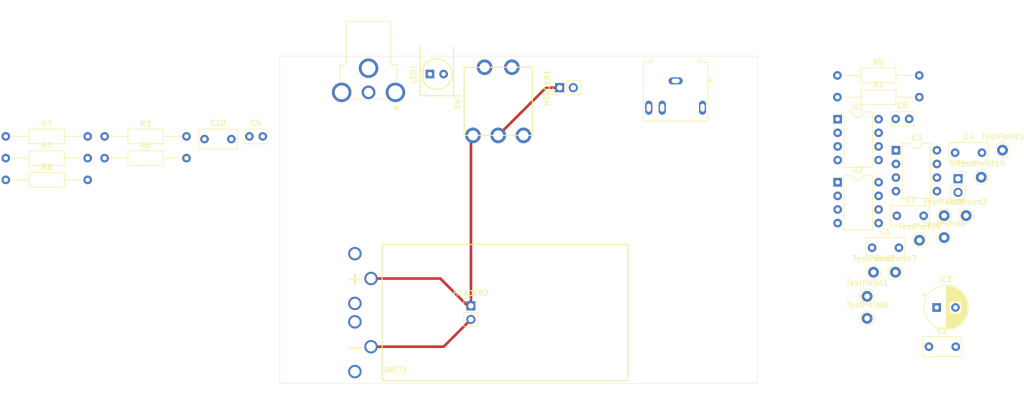
<source format=kicad_pcb>
(kicad_pcb (version 20171130) (host pcbnew "(5.1.6)-1")

  (general
    (thickness 1.6)
    (drawings 4)
    (tracks 9)
    (zones 0)
    (modules 40)
    (nets 25)
  )

  (page A4)
  (layers
    (0 F.Cu signal)
    (31 B.Cu signal)
    (32 B.Adhes user)
    (33 F.Adhes user)
    (34 B.Paste user)
    (35 F.Paste user)
    (36 B.SilkS user)
    (37 F.SilkS user)
    (38 B.Mask user)
    (39 F.Mask user)
    (40 Dwgs.User user)
    (41 Cmts.User user)
    (42 Eco1.User user)
    (43 Eco2.User user)
    (44 Edge.Cuts user)
    (45 Margin user)
    (46 B.CrtYd user)
    (47 F.CrtYd user)
    (48 B.Fab user)
    (49 F.Fab user)
  )

  (setup
    (last_trace_width 0.5)
    (user_trace_width 0.25)
    (user_trace_width 0.5)
    (trace_clearance 0.2)
    (zone_clearance 0.508)
    (zone_45_only no)
    (trace_min 0.2)
    (via_size 0.8)
    (via_drill 0.4)
    (via_min_size 0.4)
    (via_min_drill 0.3)
    (uvia_size 0.3)
    (uvia_drill 0.1)
    (uvias_allowed no)
    (uvia_min_size 0.2)
    (uvia_min_drill 0.1)
    (edge_width 0.05)
    (segment_width 0.2)
    (pcb_text_width 0.3)
    (pcb_text_size 1.5 1.5)
    (mod_edge_width 0.12)
    (mod_text_size 1 1)
    (mod_text_width 0.15)
    (pad_size 3.7 3.7)
    (pad_drill 3.7)
    (pad_to_mask_clearance 0.05)
    (aux_axis_origin 0 0)
    (visible_elements FFFFFF7F)
    (pcbplotparams
      (layerselection 0x010fc_ffffffff)
      (usegerberextensions false)
      (usegerberattributes true)
      (usegerberadvancedattributes true)
      (creategerberjobfile true)
      (excludeedgelayer true)
      (linewidth 0.100000)
      (plotframeref false)
      (viasonmask false)
      (mode 1)
      (useauxorigin false)
      (hpglpennumber 1)
      (hpglpenspeed 20)
      (hpglpendiameter 15.000000)
      (psnegative false)
      (psa4output false)
      (plotreference true)
      (plotvalue true)
      (plotinvisibletext false)
      (padsonsilk false)
      (subtractmaskfromsilk false)
      (outputformat 1)
      (mirror false)
      (drillshape 1)
      (scaleselection 1)
      (outputdirectory ""))
  )

  (net 0 "")
  (net 1 "Net-(BATT1-Pad2)")
  (net 2 "Net-(BATT1-Pad1)")
  (net 3 HT)
  (net 4 VCC)
  (net 5 "Net-(C3-Pad1)")
  (net 6 "Net-(C3-Pad2)")
  (net 7 "Net-(C4-Pad1)")
  (net 8 GND)
  (net 9 "Net-(C5-Pad1)")
  (net 10 "Net-(C7-Pad1)")
  (net 11 "Net-(C7-Pad2)")
  (net 12 "Net-(C10-Pad2)")
  (net 13 "Net-(C10-Pad1)")
  (net 14 "Net-(J1-Pad1A)")
  (net 15 "Net-(J2-Pad4)")
  (net 16 "Net-(J2-Pad3)")
  (net 17 "Net-(LED1-Pad2)")
  (net 18 "Net-(R1-Pad2)")
  (net 19 "Net-(R6-Pad1)")
  (net 20 "Net-(R6-Pad2)")
  (net 21 "Net-(R7-Pad2)")
  (net 22 "Net-(SW1-Pad3)")
  (net 23 "Net-(U3-Pad1)")
  (net 24 "Net-(U3-Pad8)")

  (net_class Default "This is the default net class."
    (clearance 0.2)
    (trace_width 0.25)
    (via_dia 0.8)
    (via_drill 0.4)
    (uvia_dia 0.3)
    (uvia_drill 0.1)
    (add_net GND)
    (add_net HT)
    (add_net "Net-(BATT1-Pad1)")
    (add_net "Net-(BATT1-Pad2)")
    (add_net "Net-(C10-Pad1)")
    (add_net "Net-(C10-Pad2)")
    (add_net "Net-(C3-Pad1)")
    (add_net "Net-(C3-Pad2)")
    (add_net "Net-(C4-Pad1)")
    (add_net "Net-(C5-Pad1)")
    (add_net "Net-(C7-Pad1)")
    (add_net "Net-(C7-Pad2)")
    (add_net "Net-(J1-Pad1A)")
    (add_net "Net-(J2-Pad3)")
    (add_net "Net-(J2-Pad4)")
    (add_net "Net-(LED1-Pad2)")
    (add_net "Net-(R1-Pad2)")
    (add_net "Net-(R6-Pad1)")
    (add_net "Net-(R6-Pad2)")
    (add_net "Net-(R7-Pad2)")
    (add_net "Net-(SW1-Pad3)")
    (add_net "Net-(U3-Pad1)")
    (add_net "Net-(U3-Pad8)")
    (add_net VCC)
  )

  (module MountingHole:MountingHole_3.7mm (layer F.Cu) (tedit 56D1B4CB) (tstamp 5F4F7540)
    (at 83.97 53.96)
    (descr "Mounting Hole 3.7mm, no annular")
    (tags "mounting hole 3.7mm no annular")
    (attr virtual)
    (fp_text reference REF** (at 0 -4.7) (layer F.SilkS) hide
      (effects (font (size 1 1) (thickness 0.15)))
    )
    (fp_text value MountingHole_3.7mm (at 0 4.7) (layer F.Fab)
      (effects (font (size 1 1) (thickness 0.15)))
    )
    (fp_text user %R (at 0.3 0) (layer F.Fab)
      (effects (font (size 1 1) (thickness 0.15)))
    )
    (fp_circle (center 0 0) (end 3.7 0) (layer Cmts.User) (width 0.15))
    (fp_circle (center 0 0) (end 3.95 0) (layer F.CrtYd) (width 0.05))
    (pad 1 np_thru_hole circle (at 0 0) (size 3.7 3.7) (drill 3.7) (layers *.Cu *.Mask))
  )

  (module MountingHole:MountingHole_3.7mm (layer F.Cu) (tedit 56D1B4CB) (tstamp 5F4F751B)
    (at 165.15 53.96)
    (descr "Mounting Hole 3.7mm, no annular")
    (tags "mounting hole 3.7mm no annular")
    (attr virtual)
    (fp_text reference REF** (at 0 -4.7) (layer F.SilkS) hide
      (effects (font (size 1 1) (thickness 0.15)))
    )
    (fp_text value MountingHole_3.7mm (at 0 4.7) (layer F.Fab)
      (effects (font (size 1 1) (thickness 0.15)))
    )
    (fp_text user %R (at 0.3 0) (layer F.Fab)
      (effects (font (size 1 1) (thickness 0.15)))
    )
    (fp_circle (center 0 0) (end 3.7 0) (layer Cmts.User) (width 0.15))
    (fp_circle (center 0 0) (end 3.95 0) (layer F.CrtYd) (width 0.05))
    (pad 1 np_thru_hole circle (at 0 0) (size 3.7 3.7) (drill 3.7) (layers *.Cu *.Mask))
  )

  (module MountingHole:MountingHole_3.7mm (layer F.Cu) (tedit 56D1B4CB) (tstamp 5F4F74F6)
    (at 165.15 107.2)
    (descr "Mounting Hole 3.7mm, no annular")
    (tags "mounting hole 3.7mm no annular")
    (attr virtual)
    (fp_text reference REF** (at 0 -4.7) (layer F.SilkS) hide
      (effects (font (size 1 1) (thickness 0.15)))
    )
    (fp_text value MountingHole_3.7mm (at 0 4.7) (layer F.Fab)
      (effects (font (size 1 1) (thickness 0.15)))
    )
    (fp_text user %R (at 0.3 0) (layer F.Fab)
      (effects (font (size 1 1) (thickness 0.15)))
    )
    (fp_circle (center 0 0) (end 3.7 0) (layer Cmts.User) (width 0.15))
    (fp_circle (center 0 0) (end 3.95 0) (layer F.CrtYd) (width 0.05))
    (pad 1 np_thru_hole circle (at 0 0) (size 3.7 3.7) (drill 3.7) (layers *.Cu *.Mask))
  )

  (module MountingHole:MountingHole_3.7mm (layer F.Cu) (tedit 56D1B4CB) (tstamp 5F4F7484)
    (at 83.97 107.2)
    (descr "Mounting Hole 3.7mm, no annular")
    (tags "mounting hole 3.7mm no annular")
    (attr virtual)
    (fp_text reference REF** (at 0 -4.7) (layer F.SilkS) hide
      (effects (font (size 1 1) (thickness 0.15)))
    )
    (fp_text value MountingHole_3.7mm (at 0 4.7) (layer F.Fab)
      (effects (font (size 1 1) (thickness 0.15)))
    )
    (fp_text user %R (at 0.3 0) (layer F.Fab)
      (effects (font (size 1 1) (thickness 0.15)))
    )
    (fp_circle (center 0 0) (end 3.7 0) (layer Cmts.User) (width 0.15))
    (fp_circle (center 0 0) (end 3.95 0) (layer F.CrtYd) (width 0.05))
    (pad 1 np_thru_hole circle (at 0 0) (size 3.7 3.7) (drill 3.7) (layers *.Cu *.Mask))
  )

  (module spikerbox:9V-Battery-Holder (layer F.Cu) (tedit 5F4EF329) (tstamp 5F4F63B7)
    (at 93.98 97.79)
    (path /5F4E5BC2)
    (fp_text reference BATT1 (at 7.62 10.66) (layer F.SilkS)
      (effects (font (size 1 1) (thickness 0.15)))
    )
    (fp_text value 9V (at 12.7 -13.97) (layer F.Fab)
      (effects (font (size 1 1) (thickness 0.15)))
    )
    (fp_line (start 5.08 -12.7) (end 50.8 -12.7) (layer F.SilkS) (width 0.2))
    (fp_line (start 50.8 -12.7) (end 50.8 12.7) (layer F.SilkS) (width 0.2))
    (fp_line (start 50.8 12.7) (end 5.08 12.7) (layer F.SilkS) (width 0.2))
    (fp_line (start 5.08 12.7) (end 5.08 -12.7) (layer F.SilkS) (width 0.2))
    (fp_text user + (at 0 -6.35) (layer F.SilkS)
      (effects (font (size 2.54 2.54) (thickness 0.3)))
    )
    (fp_text user - (at 0 6.35) (layer F.SilkS)
      (effects (font (size 2.54 2.54) (thickness 0.3)))
    )
    (pad "" thru_hole circle (at 0 10.985) (size 2.5 2.5) (drill 1.77) (layers *.Cu *.Mask))
    (pad 2 thru_hole circle (at 3 6.35) (size 2.5 2.5) (drill 1.77) (layers *.Cu *.Mask)
      (net 1 "Net-(BATT1-Pad2)"))
    (pad "" thru_hole circle (at 0 1.715) (size 2.5 2.5) (drill 1.77) (layers *.Cu *.Mask))
    (pad "" thru_hole circle (at 0 -1.715) (size 2.5 2.5) (drill 1.77) (layers *.Cu *.Mask))
    (pad 1 thru_hole circle (at 3 -6.35) (size 2.5 2.5) (drill 1.77) (layers *.Cu *.Mask)
      (net 2 "Net-(BATT1-Pad1)"))
    (pad "" thru_hole circle (at 0 -10.985) (size 2.5 2.5) (drill 1.77) (layers *.Cu *.Mask))
  )

  (module Capacitor_THT:C_Rect_L7.0mm_W3.5mm_P5.00mm (layer F.Cu) (tedit 5AE50EF0) (tstamp 5F4F63CA)
    (at 190.215001 85.695001)
    (descr "C, Rect series, Radial, pin pitch=5.00mm, , length*width=7*3.5mm^2, Capacitor")
    (tags "C Rect series Radial pin pitch 5.00mm  length 7mm width 3.5mm Capacitor")
    (path /5F52EC36)
    (fp_text reference C1 (at 2.5 -3) (layer F.SilkS)
      (effects (font (size 1 1) (thickness 0.15)))
    )
    (fp_text value 10uF (at 2.5 3) (layer F.Fab)
      (effects (font (size 1 1) (thickness 0.15)))
    )
    (fp_text user %R (at 2.5 0) (layer F.Fab)
      (effects (font (size 1 1) (thickness 0.15)))
    )
    (fp_line (start -1 -1.75) (end -1 1.75) (layer F.Fab) (width 0.1))
    (fp_line (start -1 1.75) (end 6 1.75) (layer F.Fab) (width 0.1))
    (fp_line (start 6 1.75) (end 6 -1.75) (layer F.Fab) (width 0.1))
    (fp_line (start 6 -1.75) (end -1 -1.75) (layer F.Fab) (width 0.1))
    (fp_line (start -1.12 -1.87) (end 6.12 -1.87) (layer F.SilkS) (width 0.12))
    (fp_line (start -1.12 1.87) (end 6.12 1.87) (layer F.SilkS) (width 0.12))
    (fp_line (start -1.12 -1.87) (end -1.12 1.87) (layer F.SilkS) (width 0.12))
    (fp_line (start 6.12 -1.87) (end 6.12 1.87) (layer F.SilkS) (width 0.12))
    (fp_line (start -1.25 -2) (end -1.25 2) (layer F.CrtYd) (width 0.05))
    (fp_line (start -1.25 2) (end 6.25 2) (layer F.CrtYd) (width 0.05))
    (fp_line (start 6.25 2) (end 6.25 -2) (layer F.CrtYd) (width 0.05))
    (fp_line (start 6.25 -2) (end -1.25 -2) (layer F.CrtYd) (width 0.05))
    (pad 2 thru_hole circle (at 5 0) (size 1.6 1.6) (drill 0.8) (layers *.Cu *.Mask)
      (net 3 HT))
    (pad 1 thru_hole circle (at 0 0) (size 1.6 1.6) (drill 0.8) (layers *.Cu *.Mask)
      (net 4 VCC))
    (model ${KISYS3DMOD}/Capacitor_THT.3dshapes/C_Rect_L7.0mm_W3.5mm_P5.00mm.wrl
      (at (xyz 0 0 0))
      (scale (xyz 1 1 1))
      (rotate (xyz 0 0 0))
    )
  )

  (module Capacitor_THT:C_Rect_L7.0mm_W3.5mm_P5.00mm (layer F.Cu) (tedit 5AE50EF0) (tstamp 5F4F63DD)
    (at 200.795001 104.135001)
    (descr "C, Rect series, Radial, pin pitch=5.00mm, , length*width=7*3.5mm^2, Capacitor")
    (tags "C Rect series Radial pin pitch 5.00mm  length 7mm width 3.5mm Capacitor")
    (path /5F52F32F)
    (fp_text reference C2 (at 2.5 -3) (layer F.SilkS)
      (effects (font (size 1 1) (thickness 0.15)))
    )
    (fp_text value 10uF (at 2.5 3) (layer F.Fab)
      (effects (font (size 1 1) (thickness 0.15)))
    )
    (fp_line (start 6.25 -2) (end -1.25 -2) (layer F.CrtYd) (width 0.05))
    (fp_line (start 6.25 2) (end 6.25 -2) (layer F.CrtYd) (width 0.05))
    (fp_line (start -1.25 2) (end 6.25 2) (layer F.CrtYd) (width 0.05))
    (fp_line (start -1.25 -2) (end -1.25 2) (layer F.CrtYd) (width 0.05))
    (fp_line (start 6.12 -1.87) (end 6.12 1.87) (layer F.SilkS) (width 0.12))
    (fp_line (start -1.12 -1.87) (end -1.12 1.87) (layer F.SilkS) (width 0.12))
    (fp_line (start -1.12 1.87) (end 6.12 1.87) (layer F.SilkS) (width 0.12))
    (fp_line (start -1.12 -1.87) (end 6.12 -1.87) (layer F.SilkS) (width 0.12))
    (fp_line (start 6 -1.75) (end -1 -1.75) (layer F.Fab) (width 0.1))
    (fp_line (start 6 1.75) (end 6 -1.75) (layer F.Fab) (width 0.1))
    (fp_line (start -1 1.75) (end 6 1.75) (layer F.Fab) (width 0.1))
    (fp_line (start -1 -1.75) (end -1 1.75) (layer F.Fab) (width 0.1))
    (fp_text user %R (at 2.5 0) (layer F.Fab)
      (effects (font (size 1 1) (thickness 0.15)))
    )
    (pad 1 thru_hole circle (at 0 0) (size 1.6 1.6) (drill 0.8) (layers *.Cu *.Mask)
      (net 3 HT))
    (pad 2 thru_hole circle (at 5 0) (size 1.6 1.6) (drill 0.8) (layers *.Cu *.Mask)
      (net 1 "Net-(BATT1-Pad2)"))
    (model ${KISYS3DMOD}/Capacitor_THT.3dshapes/C_Rect_L7.0mm_W3.5mm_P5.00mm.wrl
      (at (xyz 0 0 0))
      (scale (xyz 1 1 1))
      (rotate (xyz 0 0 0))
    )
  )

  (module Capacitor_THT:CP_Radial_D8.0mm_P3.50mm (layer F.Cu) (tedit 5AE50EF0) (tstamp 5F4F6486)
    (at 202.239699 96.835001)
    (descr "CP, Radial series, Radial, pin pitch=3.50mm, , diameter=8mm, Electrolytic Capacitor")
    (tags "CP Radial series Radial pin pitch 3.50mm  diameter 8mm Electrolytic Capacitor")
    (path /5F4D93D3)
    (fp_text reference C3 (at 1.75 -5.25) (layer F.SilkS)
      (effects (font (size 1 1) (thickness 0.15)))
    )
    (fp_text value "220 uF" (at 1.75 5.25) (layer F.Fab)
      (effects (font (size 1 1) (thickness 0.15)))
    )
    (fp_line (start -2.259698 -2.715) (end -2.259698 -1.915) (layer F.SilkS) (width 0.12))
    (fp_line (start -2.659698 -2.315) (end -1.859698 -2.315) (layer F.SilkS) (width 0.12))
    (fp_line (start 5.831 -0.533) (end 5.831 0.533) (layer F.SilkS) (width 0.12))
    (fp_line (start 5.791 -0.768) (end 5.791 0.768) (layer F.SilkS) (width 0.12))
    (fp_line (start 5.751 -0.948) (end 5.751 0.948) (layer F.SilkS) (width 0.12))
    (fp_line (start 5.711 -1.098) (end 5.711 1.098) (layer F.SilkS) (width 0.12))
    (fp_line (start 5.671 -1.229) (end 5.671 1.229) (layer F.SilkS) (width 0.12))
    (fp_line (start 5.631 -1.346) (end 5.631 1.346) (layer F.SilkS) (width 0.12))
    (fp_line (start 5.591 -1.453) (end 5.591 1.453) (layer F.SilkS) (width 0.12))
    (fp_line (start 5.551 -1.552) (end 5.551 1.552) (layer F.SilkS) (width 0.12))
    (fp_line (start 5.511 -1.645) (end 5.511 1.645) (layer F.SilkS) (width 0.12))
    (fp_line (start 5.471 -1.731) (end 5.471 1.731) (layer F.SilkS) (width 0.12))
    (fp_line (start 5.431 -1.813) (end 5.431 1.813) (layer F.SilkS) (width 0.12))
    (fp_line (start 5.391 -1.89) (end 5.391 1.89) (layer F.SilkS) (width 0.12))
    (fp_line (start 5.351 -1.964) (end 5.351 1.964) (layer F.SilkS) (width 0.12))
    (fp_line (start 5.311 -2.034) (end 5.311 2.034) (layer F.SilkS) (width 0.12))
    (fp_line (start 5.271 -2.102) (end 5.271 2.102) (layer F.SilkS) (width 0.12))
    (fp_line (start 5.231 -2.166) (end 5.231 2.166) (layer F.SilkS) (width 0.12))
    (fp_line (start 5.191 -2.228) (end 5.191 2.228) (layer F.SilkS) (width 0.12))
    (fp_line (start 5.151 -2.287) (end 5.151 2.287) (layer F.SilkS) (width 0.12))
    (fp_line (start 5.111 -2.345) (end 5.111 2.345) (layer F.SilkS) (width 0.12))
    (fp_line (start 5.071 -2.4) (end 5.071 2.4) (layer F.SilkS) (width 0.12))
    (fp_line (start 5.031 -2.454) (end 5.031 2.454) (layer F.SilkS) (width 0.12))
    (fp_line (start 4.991 -2.505) (end 4.991 2.505) (layer F.SilkS) (width 0.12))
    (fp_line (start 4.951 -2.556) (end 4.951 2.556) (layer F.SilkS) (width 0.12))
    (fp_line (start 4.911 -2.604) (end 4.911 2.604) (layer F.SilkS) (width 0.12))
    (fp_line (start 4.871 -2.651) (end 4.871 2.651) (layer F.SilkS) (width 0.12))
    (fp_line (start 4.831 -2.697) (end 4.831 2.697) (layer F.SilkS) (width 0.12))
    (fp_line (start 4.791 -2.741) (end 4.791 2.741) (layer F.SilkS) (width 0.12))
    (fp_line (start 4.751 -2.784) (end 4.751 2.784) (layer F.SilkS) (width 0.12))
    (fp_line (start 4.711 -2.826) (end 4.711 2.826) (layer F.SilkS) (width 0.12))
    (fp_line (start 4.671 -2.867) (end 4.671 2.867) (layer F.SilkS) (width 0.12))
    (fp_line (start 4.631 -2.907) (end 4.631 2.907) (layer F.SilkS) (width 0.12))
    (fp_line (start 4.591 -2.945) (end 4.591 2.945) (layer F.SilkS) (width 0.12))
    (fp_line (start 4.551 -2.983) (end 4.551 2.983) (layer F.SilkS) (width 0.12))
    (fp_line (start 4.511 1.04) (end 4.511 3.019) (layer F.SilkS) (width 0.12))
    (fp_line (start 4.511 -3.019) (end 4.511 -1.04) (layer F.SilkS) (width 0.12))
    (fp_line (start 4.471 1.04) (end 4.471 3.055) (layer F.SilkS) (width 0.12))
    (fp_line (start 4.471 -3.055) (end 4.471 -1.04) (layer F.SilkS) (width 0.12))
    (fp_line (start 4.431 1.04) (end 4.431 3.09) (layer F.SilkS) (width 0.12))
    (fp_line (start 4.431 -3.09) (end 4.431 -1.04) (layer F.SilkS) (width 0.12))
    (fp_line (start 4.391 1.04) (end 4.391 3.124) (layer F.SilkS) (width 0.12))
    (fp_line (start 4.391 -3.124) (end 4.391 -1.04) (layer F.SilkS) (width 0.12))
    (fp_line (start 4.351 1.04) (end 4.351 3.156) (layer F.SilkS) (width 0.12))
    (fp_line (start 4.351 -3.156) (end 4.351 -1.04) (layer F.SilkS) (width 0.12))
    (fp_line (start 4.311 1.04) (end 4.311 3.189) (layer F.SilkS) (width 0.12))
    (fp_line (start 4.311 -3.189) (end 4.311 -1.04) (layer F.SilkS) (width 0.12))
    (fp_line (start 4.271 1.04) (end 4.271 3.22) (layer F.SilkS) (width 0.12))
    (fp_line (start 4.271 -3.22) (end 4.271 -1.04) (layer F.SilkS) (width 0.12))
    (fp_line (start 4.231 1.04) (end 4.231 3.25) (layer F.SilkS) (width 0.12))
    (fp_line (start 4.231 -3.25) (end 4.231 -1.04) (layer F.SilkS) (width 0.12))
    (fp_line (start 4.191 1.04) (end 4.191 3.28) (layer F.SilkS) (width 0.12))
    (fp_line (start 4.191 -3.28) (end 4.191 -1.04) (layer F.SilkS) (width 0.12))
    (fp_line (start 4.151 1.04) (end 4.151 3.309) (layer F.SilkS) (width 0.12))
    (fp_line (start 4.151 -3.309) (end 4.151 -1.04) (layer F.SilkS) (width 0.12))
    (fp_line (start 4.111 1.04) (end 4.111 3.338) (layer F.SilkS) (width 0.12))
    (fp_line (start 4.111 -3.338) (end 4.111 -1.04) (layer F.SilkS) (width 0.12))
    (fp_line (start 4.071 1.04) (end 4.071 3.365) (layer F.SilkS) (width 0.12))
    (fp_line (start 4.071 -3.365) (end 4.071 -1.04) (layer F.SilkS) (width 0.12))
    (fp_line (start 4.031 1.04) (end 4.031 3.392) (layer F.SilkS) (width 0.12))
    (fp_line (start 4.031 -3.392) (end 4.031 -1.04) (layer F.SilkS) (width 0.12))
    (fp_line (start 3.991 1.04) (end 3.991 3.418) (layer F.SilkS) (width 0.12))
    (fp_line (start 3.991 -3.418) (end 3.991 -1.04) (layer F.SilkS) (width 0.12))
    (fp_line (start 3.951 1.04) (end 3.951 3.444) (layer F.SilkS) (width 0.12))
    (fp_line (start 3.951 -3.444) (end 3.951 -1.04) (layer F.SilkS) (width 0.12))
    (fp_line (start 3.911 1.04) (end 3.911 3.469) (layer F.SilkS) (width 0.12))
    (fp_line (start 3.911 -3.469) (end 3.911 -1.04) (layer F.SilkS) (width 0.12))
    (fp_line (start 3.871 1.04) (end 3.871 3.493) (layer F.SilkS) (width 0.12))
    (fp_line (start 3.871 -3.493) (end 3.871 -1.04) (layer F.SilkS) (width 0.12))
    (fp_line (start 3.831 1.04) (end 3.831 3.517) (layer F.SilkS) (width 0.12))
    (fp_line (start 3.831 -3.517) (end 3.831 -1.04) (layer F.SilkS) (width 0.12))
    (fp_line (start 3.791 1.04) (end 3.791 3.54) (layer F.SilkS) (width 0.12))
    (fp_line (start 3.791 -3.54) (end 3.791 -1.04) (layer F.SilkS) (width 0.12))
    (fp_line (start 3.751 1.04) (end 3.751 3.562) (layer F.SilkS) (width 0.12))
    (fp_line (start 3.751 -3.562) (end 3.751 -1.04) (layer F.SilkS) (width 0.12))
    (fp_line (start 3.711 1.04) (end 3.711 3.584) (layer F.SilkS) (width 0.12))
    (fp_line (start 3.711 -3.584) (end 3.711 -1.04) (layer F.SilkS) (width 0.12))
    (fp_line (start 3.671 1.04) (end 3.671 3.606) (layer F.SilkS) (width 0.12))
    (fp_line (start 3.671 -3.606) (end 3.671 -1.04) (layer F.SilkS) (width 0.12))
    (fp_line (start 3.631 1.04) (end 3.631 3.627) (layer F.SilkS) (width 0.12))
    (fp_line (start 3.631 -3.627) (end 3.631 -1.04) (layer F.SilkS) (width 0.12))
    (fp_line (start 3.591 1.04) (end 3.591 3.647) (layer F.SilkS) (width 0.12))
    (fp_line (start 3.591 -3.647) (end 3.591 -1.04) (layer F.SilkS) (width 0.12))
    (fp_line (start 3.551 1.04) (end 3.551 3.666) (layer F.SilkS) (width 0.12))
    (fp_line (start 3.551 -3.666) (end 3.551 -1.04) (layer F.SilkS) (width 0.12))
    (fp_line (start 3.511 1.04) (end 3.511 3.686) (layer F.SilkS) (width 0.12))
    (fp_line (start 3.511 -3.686) (end 3.511 -1.04) (layer F.SilkS) (width 0.12))
    (fp_line (start 3.471 1.04) (end 3.471 3.704) (layer F.SilkS) (width 0.12))
    (fp_line (start 3.471 -3.704) (end 3.471 -1.04) (layer F.SilkS) (width 0.12))
    (fp_line (start 3.431 1.04) (end 3.431 3.722) (layer F.SilkS) (width 0.12))
    (fp_line (start 3.431 -3.722) (end 3.431 -1.04) (layer F.SilkS) (width 0.12))
    (fp_line (start 3.391 1.04) (end 3.391 3.74) (layer F.SilkS) (width 0.12))
    (fp_line (start 3.391 -3.74) (end 3.391 -1.04) (layer F.SilkS) (width 0.12))
    (fp_line (start 3.351 1.04) (end 3.351 3.757) (layer F.SilkS) (width 0.12))
    (fp_line (start 3.351 -3.757) (end 3.351 -1.04) (layer F.SilkS) (width 0.12))
    (fp_line (start 3.311 1.04) (end 3.311 3.774) (layer F.SilkS) (width 0.12))
    (fp_line (start 3.311 -3.774) (end 3.311 -1.04) (layer F.SilkS) (width 0.12))
    (fp_line (start 3.271 1.04) (end 3.271 3.79) (layer F.SilkS) (width 0.12))
    (fp_line (start 3.271 -3.79) (end 3.271 -1.04) (layer F.SilkS) (width 0.12))
    (fp_line (start 3.231 1.04) (end 3.231 3.805) (layer F.SilkS) (width 0.12))
    (fp_line (start 3.231 -3.805) (end 3.231 -1.04) (layer F.SilkS) (width 0.12))
    (fp_line (start 3.191 1.04) (end 3.191 3.821) (layer F.SilkS) (width 0.12))
    (fp_line (start 3.191 -3.821) (end 3.191 -1.04) (layer F.SilkS) (width 0.12))
    (fp_line (start 3.151 1.04) (end 3.151 3.835) (layer F.SilkS) (width 0.12))
    (fp_line (start 3.151 -3.835) (end 3.151 -1.04) (layer F.SilkS) (width 0.12))
    (fp_line (start 3.111 1.04) (end 3.111 3.85) (layer F.SilkS) (width 0.12))
    (fp_line (start 3.111 -3.85) (end 3.111 -1.04) (layer F.SilkS) (width 0.12))
    (fp_line (start 3.071 1.04) (end 3.071 3.863) (layer F.SilkS) (width 0.12))
    (fp_line (start 3.071 -3.863) (end 3.071 -1.04) (layer F.SilkS) (width 0.12))
    (fp_line (start 3.031 1.04) (end 3.031 3.877) (layer F.SilkS) (width 0.12))
    (fp_line (start 3.031 -3.877) (end 3.031 -1.04) (layer F.SilkS) (width 0.12))
    (fp_line (start 2.991 1.04) (end 2.991 3.889) (layer F.SilkS) (width 0.12))
    (fp_line (start 2.991 -3.889) (end 2.991 -1.04) (layer F.SilkS) (width 0.12))
    (fp_line (start 2.951 1.04) (end 2.951 3.902) (layer F.SilkS) (width 0.12))
    (fp_line (start 2.951 -3.902) (end 2.951 -1.04) (layer F.SilkS) (width 0.12))
    (fp_line (start 2.911 1.04) (end 2.911 3.914) (layer F.SilkS) (width 0.12))
    (fp_line (start 2.911 -3.914) (end 2.911 -1.04) (layer F.SilkS) (width 0.12))
    (fp_line (start 2.871 1.04) (end 2.871 3.925) (layer F.SilkS) (width 0.12))
    (fp_line (start 2.871 -3.925) (end 2.871 -1.04) (layer F.SilkS) (width 0.12))
    (fp_line (start 2.831 1.04) (end 2.831 3.936) (layer F.SilkS) (width 0.12))
    (fp_line (start 2.831 -3.936) (end 2.831 -1.04) (layer F.SilkS) (width 0.12))
    (fp_line (start 2.791 1.04) (end 2.791 3.947) (layer F.SilkS) (width 0.12))
    (fp_line (start 2.791 -3.947) (end 2.791 -1.04) (layer F.SilkS) (width 0.12))
    (fp_line (start 2.751 1.04) (end 2.751 3.957) (layer F.SilkS) (width 0.12))
    (fp_line (start 2.751 -3.957) (end 2.751 -1.04) (layer F.SilkS) (width 0.12))
    (fp_line (start 2.711 1.04) (end 2.711 3.967) (layer F.SilkS) (width 0.12))
    (fp_line (start 2.711 -3.967) (end 2.711 -1.04) (layer F.SilkS) (width 0.12))
    (fp_line (start 2.671 1.04) (end 2.671 3.976) (layer F.SilkS) (width 0.12))
    (fp_line (start 2.671 -3.976) (end 2.671 -1.04) (layer F.SilkS) (width 0.12))
    (fp_line (start 2.631 1.04) (end 2.631 3.985) (layer F.SilkS) (width 0.12))
    (fp_line (start 2.631 -3.985) (end 2.631 -1.04) (layer F.SilkS) (width 0.12))
    (fp_line (start 2.591 1.04) (end 2.591 3.994) (layer F.SilkS) (width 0.12))
    (fp_line (start 2.591 -3.994) (end 2.591 -1.04) (layer F.SilkS) (width 0.12))
    (fp_line (start 2.551 1.04) (end 2.551 4.002) (layer F.SilkS) (width 0.12))
    (fp_line (start 2.551 -4.002) (end 2.551 -1.04) (layer F.SilkS) (width 0.12))
    (fp_line (start 2.511 1.04) (end 2.511 4.01) (layer F.SilkS) (width 0.12))
    (fp_line (start 2.511 -4.01) (end 2.511 -1.04) (layer F.SilkS) (width 0.12))
    (fp_line (start 2.471 1.04) (end 2.471 4.017) (layer F.SilkS) (width 0.12))
    (fp_line (start 2.471 -4.017) (end 2.471 -1.04) (layer F.SilkS) (width 0.12))
    (fp_line (start 2.43 -4.024) (end 2.43 4.024) (layer F.SilkS) (width 0.12))
    (fp_line (start 2.39 -4.03) (end 2.39 4.03) (layer F.SilkS) (width 0.12))
    (fp_line (start 2.35 -4.037) (end 2.35 4.037) (layer F.SilkS) (width 0.12))
    (fp_line (start 2.31 -4.042) (end 2.31 4.042) (layer F.SilkS) (width 0.12))
    (fp_line (start 2.27 -4.048) (end 2.27 4.048) (layer F.SilkS) (width 0.12))
    (fp_line (start 2.23 -4.052) (end 2.23 4.052) (layer F.SilkS) (width 0.12))
    (fp_line (start 2.19 -4.057) (end 2.19 4.057) (layer F.SilkS) (width 0.12))
    (fp_line (start 2.15 -4.061) (end 2.15 4.061) (layer F.SilkS) (width 0.12))
    (fp_line (start 2.11 -4.065) (end 2.11 4.065) (layer F.SilkS) (width 0.12))
    (fp_line (start 2.07 -4.068) (end 2.07 4.068) (layer F.SilkS) (width 0.12))
    (fp_line (start 2.03 -4.071) (end 2.03 4.071) (layer F.SilkS) (width 0.12))
    (fp_line (start 1.99 -4.074) (end 1.99 4.074) (layer F.SilkS) (width 0.12))
    (fp_line (start 1.95 -4.076) (end 1.95 4.076) (layer F.SilkS) (width 0.12))
    (fp_line (start 1.91 -4.077) (end 1.91 4.077) (layer F.SilkS) (width 0.12))
    (fp_line (start 1.87 -4.079) (end 1.87 4.079) (layer F.SilkS) (width 0.12))
    (fp_line (start 1.83 -4.08) (end 1.83 4.08) (layer F.SilkS) (width 0.12))
    (fp_line (start 1.79 -4.08) (end 1.79 4.08) (layer F.SilkS) (width 0.12))
    (fp_line (start 1.75 -4.08) (end 1.75 4.08) (layer F.SilkS) (width 0.12))
    (fp_line (start -1.276759 -2.1475) (end -1.276759 -1.3475) (layer F.Fab) (width 0.1))
    (fp_line (start -1.676759 -1.7475) (end -0.876759 -1.7475) (layer F.Fab) (width 0.1))
    (fp_circle (center 1.75 0) (end 6 0) (layer F.CrtYd) (width 0.05))
    (fp_circle (center 1.75 0) (end 5.87 0) (layer F.SilkS) (width 0.12))
    (fp_circle (center 1.75 0) (end 5.75 0) (layer F.Fab) (width 0.1))
    (fp_text user %R (at 1.75 0) (layer F.Fab)
      (effects (font (size 1 1) (thickness 0.15)))
    )
    (pad 1 thru_hole rect (at 0 0) (size 1.6 1.6) (drill 0.8) (layers *.Cu *.Mask)
      (net 5 "Net-(C3-Pad1)"))
    (pad 2 thru_hole circle (at 3.5 0) (size 1.6 1.6) (drill 0.8) (layers *.Cu *.Mask)
      (net 6 "Net-(C3-Pad2)"))
    (model ${KISYS3DMOD}/Capacitor_THT.3dshapes/CP_Radial_D8.0mm_P3.50mm.wrl
      (at (xyz 0 0 0))
      (scale (xyz 1 1 1))
      (rotate (xyz 0 0 0))
    )
  )

  (module Capacitor_THT:C_Rect_L7.0mm_W3.5mm_P5.00mm (layer F.Cu) (tedit 5AE50EF0) (tstamp 5F4F6499)
    (at 205.665001 67.995001)
    (descr "C, Rect series, Radial, pin pitch=5.00mm, , length*width=7*3.5mm^2, Capacitor")
    (tags "C Rect series Radial pin pitch 5.00mm  length 7mm width 3.5mm Capacitor")
    (path /5F4D7D88)
    (fp_text reference C4 (at 2.5 -3) (layer F.SilkS)
      (effects (font (size 1 1) (thickness 0.15)))
    )
    (fp_text value 0.047uF (at 2.5 3) (layer F.Fab)
      (effects (font (size 1 1) (thickness 0.15)))
    )
    (fp_line (start 6.25 -2) (end -1.25 -2) (layer F.CrtYd) (width 0.05))
    (fp_line (start 6.25 2) (end 6.25 -2) (layer F.CrtYd) (width 0.05))
    (fp_line (start -1.25 2) (end 6.25 2) (layer F.CrtYd) (width 0.05))
    (fp_line (start -1.25 -2) (end -1.25 2) (layer F.CrtYd) (width 0.05))
    (fp_line (start 6.12 -1.87) (end 6.12 1.87) (layer F.SilkS) (width 0.12))
    (fp_line (start -1.12 -1.87) (end -1.12 1.87) (layer F.SilkS) (width 0.12))
    (fp_line (start -1.12 1.87) (end 6.12 1.87) (layer F.SilkS) (width 0.12))
    (fp_line (start -1.12 -1.87) (end 6.12 -1.87) (layer F.SilkS) (width 0.12))
    (fp_line (start 6 -1.75) (end -1 -1.75) (layer F.Fab) (width 0.1))
    (fp_line (start 6 1.75) (end 6 -1.75) (layer F.Fab) (width 0.1))
    (fp_line (start -1 1.75) (end 6 1.75) (layer F.Fab) (width 0.1))
    (fp_line (start -1 -1.75) (end -1 1.75) (layer F.Fab) (width 0.1))
    (fp_text user %R (at 2.5 0) (layer F.Fab)
      (effects (font (size 1 1) (thickness 0.15)))
    )
    (pad 1 thru_hole circle (at 0 0) (size 1.6 1.6) (drill 0.8) (layers *.Cu *.Mask)
      (net 7 "Net-(C4-Pad1)"))
    (pad 2 thru_hole circle (at 5 0) (size 1.6 1.6) (drill 0.8) (layers *.Cu *.Mask)
      (net 8 GND))
    (model ${KISYS3DMOD}/Capacitor_THT.3dshapes/C_Rect_L7.0mm_W3.5mm_P5.00mm.wrl
      (at (xyz 0 0 0))
      (scale (xyz 1 1 1))
      (rotate (xyz 0 0 0))
    )
  )

  (module Capacitor_THT:C_Rect_L4.0mm_W2.5mm_P2.50mm (layer F.Cu) (tedit 5AE50EF0) (tstamp 5F4F64AE)
    (at 74.345001 64.955001)
    (descr "C, Rect series, Radial, pin pitch=2.50mm, , length*width=4*2.5mm^2, Capacitor")
    (tags "C Rect series Radial pin pitch 2.50mm  length 4mm width 2.5mm Capacitor")
    (path /5F4D341D)
    (fp_text reference C5 (at 1.25 -2.5) (layer F.SilkS)
      (effects (font (size 1 1) (thickness 0.15)))
    )
    (fp_text value .1uF (at 1.25 2.5) (layer F.Fab)
      (effects (font (size 1 1) (thickness 0.15)))
    )
    (fp_text user %R (at 1.25 0) (layer F.Fab)
      (effects (font (size 0.8 0.8) (thickness 0.12)))
    )
    (fp_line (start -0.75 -1.25) (end -0.75 1.25) (layer F.Fab) (width 0.1))
    (fp_line (start -0.75 1.25) (end 3.25 1.25) (layer F.Fab) (width 0.1))
    (fp_line (start 3.25 1.25) (end 3.25 -1.25) (layer F.Fab) (width 0.1))
    (fp_line (start 3.25 -1.25) (end -0.75 -1.25) (layer F.Fab) (width 0.1))
    (fp_line (start -0.87 -1.37) (end 3.37 -1.37) (layer F.SilkS) (width 0.12))
    (fp_line (start -0.87 1.37) (end 3.37 1.37) (layer F.SilkS) (width 0.12))
    (fp_line (start -0.87 -1.37) (end -0.87 -0.665) (layer F.SilkS) (width 0.12))
    (fp_line (start -0.87 0.665) (end -0.87 1.37) (layer F.SilkS) (width 0.12))
    (fp_line (start 3.37 -1.37) (end 3.37 -0.665) (layer F.SilkS) (width 0.12))
    (fp_line (start 3.37 0.665) (end 3.37 1.37) (layer F.SilkS) (width 0.12))
    (fp_line (start -1.05 -1.5) (end -1.05 1.5) (layer F.CrtYd) (width 0.05))
    (fp_line (start -1.05 1.5) (end 3.55 1.5) (layer F.CrtYd) (width 0.05))
    (fp_line (start 3.55 1.5) (end 3.55 -1.5) (layer F.CrtYd) (width 0.05))
    (fp_line (start 3.55 -1.5) (end -1.05 -1.5) (layer F.CrtYd) (width 0.05))
    (pad 2 thru_hole circle (at 2.5 0) (size 1.6 1.6) (drill 0.8) (layers *.Cu *.Mask)
      (net 8 GND))
    (pad 1 thru_hole circle (at 0 0) (size 1.6 1.6) (drill 0.8) (layers *.Cu *.Mask)
      (net 9 "Net-(C5-Pad1)"))
    (model ${KISYS3DMOD}/Capacitor_THT.3dshapes/C_Rect_L4.0mm_W2.5mm_P2.50mm.wrl
      (at (xyz 0 0 0))
      (scale (xyz 1 1 1))
      (rotate (xyz 0 0 0))
    )
  )

  (module Capacitor_THT:C_Rect_L7.0mm_W3.5mm_P5.00mm (layer F.Cu) (tedit 5AE50EF0) (tstamp 5F4F64C1)
    (at 194.815001 79.745001)
    (descr "C, Rect series, Radial, pin pitch=5.00mm, , length*width=7*3.5mm^2, Capacitor")
    (tags "C Rect series Radial pin pitch 5.00mm  length 7mm width 3.5mm Capacitor")
    (path /5F522F02)
    (fp_text reference C7 (at 2.5 -3) (layer F.SilkS)
      (effects (font (size 1 1) (thickness 0.15)))
    )
    (fp_text value 0.47uF (at 2.5 3) (layer F.Fab)
      (effects (font (size 1 1) (thickness 0.15)))
    )
    (fp_line (start 6.25 -2) (end -1.25 -2) (layer F.CrtYd) (width 0.05))
    (fp_line (start 6.25 2) (end 6.25 -2) (layer F.CrtYd) (width 0.05))
    (fp_line (start -1.25 2) (end 6.25 2) (layer F.CrtYd) (width 0.05))
    (fp_line (start -1.25 -2) (end -1.25 2) (layer F.CrtYd) (width 0.05))
    (fp_line (start 6.12 -1.87) (end 6.12 1.87) (layer F.SilkS) (width 0.12))
    (fp_line (start -1.12 -1.87) (end -1.12 1.87) (layer F.SilkS) (width 0.12))
    (fp_line (start -1.12 1.87) (end 6.12 1.87) (layer F.SilkS) (width 0.12))
    (fp_line (start -1.12 -1.87) (end 6.12 -1.87) (layer F.SilkS) (width 0.12))
    (fp_line (start 6 -1.75) (end -1 -1.75) (layer F.Fab) (width 0.1))
    (fp_line (start 6 1.75) (end 6 -1.75) (layer F.Fab) (width 0.1))
    (fp_line (start -1 1.75) (end 6 1.75) (layer F.Fab) (width 0.1))
    (fp_line (start -1 -1.75) (end -1 1.75) (layer F.Fab) (width 0.1))
    (fp_text user %R (at 2.5 0) (layer F.Fab)
      (effects (font (size 1 1) (thickness 0.15)))
    )
    (pad 1 thru_hole circle (at 0 0) (size 1.6 1.6) (drill 0.8) (layers *.Cu *.Mask)
      (net 10 "Net-(C7-Pad1)"))
    (pad 2 thru_hole circle (at 5 0) (size 1.6 1.6) (drill 0.8) (layers *.Cu *.Mask)
      (net 11 "Net-(C7-Pad2)"))
    (model ${KISYS3DMOD}/Capacitor_THT.3dshapes/C_Rect_L7.0mm_W3.5mm_P5.00mm.wrl
      (at (xyz 0 0 0))
      (scale (xyz 1 1 1))
      (rotate (xyz 0 0 0))
    )
  )

  (module Capacitor_THT:C_Rect_L4.0mm_W2.5mm_P2.50mm (layer F.Cu) (tedit 5AE50EF0) (tstamp 5F4F64D6)
    (at 194.615001 61.695001)
    (descr "C, Rect series, Radial, pin pitch=2.50mm, , length*width=4*2.5mm^2, Capacitor")
    (tags "C Rect series Radial pin pitch 2.50mm  length 4mm width 2.5mm Capacitor")
    (path /5F4F915D)
    (fp_text reference C8 (at 1.25 -2.5) (layer F.SilkS)
      (effects (font (size 1 1) (thickness 0.15)))
    )
    (fp_text value 560pF (at 1.25 2.5) (layer F.Fab)
      (effects (font (size 1 1) (thickness 0.15)))
    )
    (fp_line (start 3.55 -1.5) (end -1.05 -1.5) (layer F.CrtYd) (width 0.05))
    (fp_line (start 3.55 1.5) (end 3.55 -1.5) (layer F.CrtYd) (width 0.05))
    (fp_line (start -1.05 1.5) (end 3.55 1.5) (layer F.CrtYd) (width 0.05))
    (fp_line (start -1.05 -1.5) (end -1.05 1.5) (layer F.CrtYd) (width 0.05))
    (fp_line (start 3.37 0.665) (end 3.37 1.37) (layer F.SilkS) (width 0.12))
    (fp_line (start 3.37 -1.37) (end 3.37 -0.665) (layer F.SilkS) (width 0.12))
    (fp_line (start -0.87 0.665) (end -0.87 1.37) (layer F.SilkS) (width 0.12))
    (fp_line (start -0.87 -1.37) (end -0.87 -0.665) (layer F.SilkS) (width 0.12))
    (fp_line (start -0.87 1.37) (end 3.37 1.37) (layer F.SilkS) (width 0.12))
    (fp_line (start -0.87 -1.37) (end 3.37 -1.37) (layer F.SilkS) (width 0.12))
    (fp_line (start 3.25 -1.25) (end -0.75 -1.25) (layer F.Fab) (width 0.1))
    (fp_line (start 3.25 1.25) (end 3.25 -1.25) (layer F.Fab) (width 0.1))
    (fp_line (start -0.75 1.25) (end 3.25 1.25) (layer F.Fab) (width 0.1))
    (fp_line (start -0.75 -1.25) (end -0.75 1.25) (layer F.Fab) (width 0.1))
    (fp_text user %R (at 1.25 0) (layer F.Fab)
      (effects (font (size 0.8 0.8) (thickness 0.12)))
    )
    (pad 1 thru_hole circle (at 0 0) (size 1.6 1.6) (drill 0.8) (layers *.Cu *.Mask)
      (net 12 "Net-(C10-Pad2)"))
    (pad 2 thru_hole circle (at 2.5 0) (size 1.6 1.6) (drill 0.8) (layers *.Cu *.Mask)
      (net 10 "Net-(C7-Pad1)"))
    (model ${KISYS3DMOD}/Capacitor_THT.3dshapes/C_Rect_L4.0mm_W2.5mm_P2.50mm.wrl
      (at (xyz 0 0 0))
      (scale (xyz 1 1 1))
      (rotate (xyz 0 0 0))
    )
  )

  (module Capacitor_THT:C_Rect_L7.0mm_W3.5mm_P5.00mm (layer F.Cu) (tedit 5AE50EF0) (tstamp 5F4F64E9)
    (at 65.995001 65.455001)
    (descr "C, Rect series, Radial, pin pitch=5.00mm, , length*width=7*3.5mm^2, Capacitor")
    (tags "C Rect series Radial pin pitch 5.00mm  length 7mm width 3.5mm Capacitor")
    (path /5F4EB503)
    (fp_text reference C10 (at 2.5 -3) (layer F.SilkS)
      (effects (font (size 1 1) (thickness 0.15)))
    )
    (fp_text value 10uF (at 2.5 3) (layer F.Fab)
      (effects (font (size 1 1) (thickness 0.15)))
    )
    (fp_text user %R (at 2.5 0) (layer F.Fab)
      (effects (font (size 1 1) (thickness 0.15)))
    )
    (fp_line (start -1 -1.75) (end -1 1.75) (layer F.Fab) (width 0.1))
    (fp_line (start -1 1.75) (end 6 1.75) (layer F.Fab) (width 0.1))
    (fp_line (start 6 1.75) (end 6 -1.75) (layer F.Fab) (width 0.1))
    (fp_line (start 6 -1.75) (end -1 -1.75) (layer F.Fab) (width 0.1))
    (fp_line (start -1.12 -1.87) (end 6.12 -1.87) (layer F.SilkS) (width 0.12))
    (fp_line (start -1.12 1.87) (end 6.12 1.87) (layer F.SilkS) (width 0.12))
    (fp_line (start -1.12 -1.87) (end -1.12 1.87) (layer F.SilkS) (width 0.12))
    (fp_line (start 6.12 -1.87) (end 6.12 1.87) (layer F.SilkS) (width 0.12))
    (fp_line (start -1.25 -2) (end -1.25 2) (layer F.CrtYd) (width 0.05))
    (fp_line (start -1.25 2) (end 6.25 2) (layer F.CrtYd) (width 0.05))
    (fp_line (start 6.25 2) (end 6.25 -2) (layer F.CrtYd) (width 0.05))
    (fp_line (start 6.25 -2) (end -1.25 -2) (layer F.CrtYd) (width 0.05))
    (pad 2 thru_hole circle (at 5 0) (size 1.6 1.6) (drill 0.8) (layers *.Cu *.Mask)
      (net 12 "Net-(C10-Pad2)"))
    (pad 1 thru_hole circle (at 0 0) (size 1.6 1.6) (drill 0.8) (layers *.Cu *.Mask)
      (net 13 "Net-(C10-Pad1)"))
    (model ${KISYS3DMOD}/Capacitor_THT.3dshapes/C_Rect_L7.0mm_W3.5mm_P5.00mm.wrl
      (at (xyz 0 0 0))
      (scale (xyz 1 1 1))
      (rotate (xyz 0 0 0))
    )
  )

  (module RCJ-014:CUI_RCJ-014 (layer F.Cu) (tedit 5F4CFB38) (tstamp 5F4F652A)
    (at 96.52 50.8 270)
    (descr "<b>DC POWER JACK</b><p>Source: DCJ0202.pdf")
    (path /5F4D5064)
    (fp_text reference J1 (at -4.03266 -5.76596 90) (layer F.SilkS)
      (effects (font (size 1.001906 1.001906) (thickness 0.015)))
    )
    (fp_text value "RCA plug" (at 0.065025 5.495105 90) (layer F.Fab)
      (effects (font (size 1.000024 1.000024) (thickness 0.015)))
    )
    (fp_circle (center 8.8 -5.2) (end 9 -5.2) (layer F.SilkS) (width 0.4))
    (fp_line (start 7.25 -0.9) (end 7.25 -3.4) (layer F.SilkS) (width 0.127))
    (fp_line (start 7.25 3.35) (end 7.25 0.8) (layer F.SilkS) (width 0.127))
    (fp_line (start 3.95 -5.3) (end 0.75 -5.3) (layer F.SilkS) (width 0.127))
    (fp_line (start 3.9 7.15) (end 3.9 5.55) (layer F.CrtYd) (width 0.05))
    (fp_line (start 8.1 7.15) (end 3.9 7.15) (layer F.CrtYd) (width 0.05))
    (fp_line (start 7.6 3.55) (end 8.1 3.55) (layer F.CrtYd) (width 0.05))
    (fp_line (start 7.6 -3.65) (end 7.6 3.55) (layer F.CrtYd) (width 0.05))
    (fp_line (start 8.1 -3.65) (end 7.6 -3.65) (layer F.CrtYd) (width 0.05))
    (fp_line (start 8.1 -7.05) (end 8.1 -3.65) (layer F.CrtYd) (width 0.05))
    (fp_line (start 3.9 -7.05) (end 8.1 -7.05) (layer F.CrtYd) (width 0.05))
    (fp_line (start 3.9 -5.75) (end 3.9 -7.05) (layer F.CrtYd) (width 0.05))
    (fp_line (start 0.5 -5.75) (end 0.5 -4.4) (layer F.CrtYd) (width 0.05))
    (fp_line (start 3.9 -5.75) (end 0.5 -5.75) (layer F.CrtYd) (width 0.05))
    (fp_line (start 8.1 7.15) (end 8.1 3.55) (layer F.CrtYd) (width 0.05))
    (fp_line (start 0.5 5.55) (end 3.9 5.55) (layer F.CrtYd) (width 0.05))
    (fp_line (start 0.5 4.4) (end 0.5 5.55) (layer F.CrtYd) (width 0.05))
    (fp_line (start -7.5 4.4) (end 0.5 4.4) (layer F.CrtYd) (width 0.05))
    (fp_line (start -7.5 -4.4) (end -7.5 4.4) (layer F.CrtYd) (width 0.05))
    (fp_line (start 0.5 -4.4) (end -7.5 -4.4) (layer F.CrtYd) (width 0.05))
    (fp_line (start 0.75 -5.3) (end 0.75 -4.15) (layer F.SilkS) (width 0.127))
    (fp_line (start 0.75 5.3) (end 3.85 5.3) (layer F.SilkS) (width 0.127))
    (fp_line (start 0.75 4.15) (end 0.75 5.3) (layer F.SilkS) (width 0.127))
    (fp_line (start -7.25 4.15) (end 0.75 4.15) (layer F.SilkS) (width 0.127))
    (fp_line (start -7.25 -4.15) (end -7.25 4.15) (layer F.SilkS) (width 0.127))
    (fp_line (start 0.75 -4.15) (end -7.25 -4.15) (layer F.SilkS) (width 0.127))
    (fp_line (start 0.75 -5.3) (end 0.75 -4.15) (layer F.Fab) (width 0.127))
    (fp_line (start 7.25 -5.3) (end 0.75 -5.3) (layer F.Fab) (width 0.127))
    (fp_line (start 7.25 5.3) (end 7.25 -5.3) (layer F.Fab) (width 0.127))
    (fp_line (start 0.75 5.3) (end 7.25 5.3) (layer F.Fab) (width 0.127))
    (fp_line (start 0.75 4.15) (end 0.75 5.3) (layer F.Fab) (width 0.127))
    (fp_line (start -7.25 4.15) (end 0.75 4.15) (layer F.Fab) (width 0.127))
    (fp_line (start -7.25 -4.15) (end -7.25 4.15) (layer F.Fab) (width 0.127))
    (fp_line (start 0.75 -4.15) (end -7.25 -4.15) (layer F.Fab) (width 0.127))
    (pad 2 thru_hole circle (at 5.95 0 270) (size 2.55 2.55) (drill 1.7) (layers *.Cu *.Mask)
      (net 3 HT))
    (pad 1A thru_hole circle (at 5.95 -5 270) (size 3.616 3.616) (drill 2.6) (layers *.Cu *.Mask)
      (net 14 "Net-(J1-Pad1A)"))
    (pad 1B thru_hole circle (at 5.95 5 270) (size 3.616 3.616) (drill 2.6) (layers *.Cu *.Mask)
      (net 14 "Net-(J1-Pad1A)"))
    (pad 1C thru_hole circle (at 1.45 0 270) (size 3.616 3.616) (drill 2.6) (layers *.Cu *.Mask)
      (net 14 "Net-(J1-Pad1A)"))
  )

  (module SJ1-3524NG:CUI_SJ1-3524NG (layer F.Cu) (tedit 5F4BE253) (tstamp 5F4F6555)
    (at 153.67 54.61 270)
    (path /5F4BE473)
    (fp_text reference J2 (at -0.325635 -7.649865 90) (layer F.SilkS)
      (effects (font (size 1.001945 1.001945) (thickness 0.015)))
    )
    (fp_text value "Audio Out" (at 5.39746 7.64561 90) (layer F.Fab)
      (effects (font (size 1.001386 1.001386) (thickness 0.015)))
    )
    (fp_circle (center 0 -6.5) (end 0.17 -6.5) (layer F.SilkS) (width 0.34))
    (fp_line (start -4.4 4.5) (end -3.5 4.5) (layer F.SilkS) (width 0.127))
    (fp_line (start -3.5 4.5) (end -3.5 6) (layer F.SilkS) (width 0.127))
    (fp_line (start -3.5 -4.5) (end -4.4 -4.5) (layer F.SilkS) (width 0.127))
    (fp_line (start -3.5 -6) (end -3.5 -4.5) (layer F.SilkS) (width 0.127))
    (fp_line (start -3.5 4.5) (end -3.5 6) (layer F.Fab) (width 0.127))
    (fp_line (start -4.5 4.5) (end -3.5 4.5) (layer F.Fab) (width 0.127))
    (fp_line (start -4.5 2) (end -4.5 4.5) (layer F.Fab) (width 0.127))
    (fp_line (start -3.3 2) (end -4.5 2) (layer F.Fab) (width 0.127))
    (fp_line (start -3.3 -2) (end -3.3 2) (layer F.Fab) (width 0.127))
    (fp_line (start -4.5 -2) (end -3.3 -2) (layer F.Fab) (width 0.127))
    (fp_line (start -4.5 -4.5) (end -4.5 -2) (layer F.Fab) (width 0.127))
    (fp_line (start -3.5 -4.5) (end -4.5 -4.5) (layer F.Fab) (width 0.127))
    (fp_line (start -3.5 -6) (end -3.5 -4.5) (layer F.Fab) (width 0.127))
    (fp_line (start 7.5 6) (end -3.5 6) (layer F.Fab) (width 0.127))
    (fp_line (start 7.5 -6) (end 7.5 6) (layer F.Fab) (width 0.127))
    (fp_line (start 7.5 -6) (end -3.5 -6) (layer F.Fab) (width 0.127))
    (fp_line (start -4.75 -6.25) (end 7.75 -6.25) (layer F.CrtYd) (width 0.05))
    (fp_line (start -4.75 6.25) (end -4.75 -6.25) (layer F.CrtYd) (width 0.05))
    (fp_line (start 7.75 6.25) (end -4.75 6.25) (layer F.CrtYd) (width 0.05))
    (fp_line (start 7.75 -6.25) (end 7.75 6.25) (layer F.CrtYd) (width 0.05))
    (fp_line (start 7.5 -6) (end -3.5 -6) (layer F.SilkS) (width 0.127))
    (fp_line (start 7.5 6) (end -3.5 6) (layer F.SilkS) (width 0.127))
    (fp_line (start 7.5 -6) (end 7.5 6) (layer F.SilkS) (width 0.127))
    (fp_line (start -4.5 2) (end -4.5 6) (layer Edge.Cuts) (width 0.0001))
    (fp_line (start -3.3 2) (end -4.5 2) (layer Edge.Cuts) (width 0.0001))
    (fp_line (start -3.3 -2) (end -3.3 2) (layer Edge.Cuts) (width 0.0001))
    (fp_line (start -4.5 -2) (end -3.3 -2) (layer Edge.Cuts) (width 0.0001))
    (fp_line (start -4.5 -6) (end -4.5 -2) (layer Edge.Cuts) (width 0.0001))
    (fp_text user PCB~edge (at -12.5138 -6.00661 90) (layer Dwgs.User)
      (effects (font (size 0.800882 0.800882) (thickness 0.015)))
    )
    (pad 1 thru_hole oval (at 0 0 270) (size 1.308 2.616) (drill oval 0.8 1.5) (layers *.Cu *.Mask)
      (net 8 GND))
    (pad 2 thru_hole oval (at 5 5 270) (size 2.616 1.308) (drill oval 1.5 0.8) (layers *.Cu *.Mask)
      (net 13 "Net-(C10-Pad1)"))
    (pad 4 thru_hole oval (at 5 2.5 270) (size 2.616 1.308) (drill oval 1.5 0.8) (layers *.Cu *.Mask)
      (net 15 "Net-(J2-Pad4)"))
    (pad 3 thru_hole oval (at 5 -5 270) (size 2.616 1.308) (drill oval 1.5 0.8) (layers *.Cu *.Mask)
      (net 16 "Net-(J2-Pad3)"))
    (pad None np_thru_hole circle (at -2.5 -5 270) (size 1.2 1.2) (drill 1.2) (layers *.Cu *.Mask))
    (pad None np_thru_hole circle (at 0 -5 270) (size 1.2 1.2) (drill 1.2) (layers *.Cu *.Mask))
    (pad None np_thru_hole circle (at 5 0 270) (size 1.2 1.2) (drill 1.2) (layers *.Cu *.Mask))
    (pad None np_thru_hole circle (at -2.5 5 270) (size 1.2 1.2) (drill 1.2) (layers *.Cu *.Mask))
    (pad None np_thru_hole circle (at 0 5 270) (size 1.2 1.2) (drill 1.2) (layers *.Cu *.Mask))
  )

  (module spikerbox:SSF-LXH104GD (layer F.Cu) (tedit 5F4D996B) (tstamp 5F4F6565)
    (at 109.22 53.34 270)
    (path /5F4FB490)
    (fp_text reference LED1 (at 0 4.31 90) (layer F.SilkS)
      (effects (font (size 1 1) (thickness 0.15)))
    )
    (fp_text value LED (at 0 -5.08 90) (layer F.Fab)
      (effects (font (size 1 1) (thickness 0.15)))
    )
    (fp_line (start -5.08 -3.1) (end 4.02 -3.1) (layer F.Fab) (width 0.12))
    (fp_line (start -5.08 3.1) (end 4.02 3.1) (layer F.Fab) (width 0.12))
    (fp_line (start 4.02 3.1) (end 4.02 -3.1) (layer F.Fab) (width 0.12))
    (fp_line (start -1.27 2.54) (end 1.27 2.54) (layer F.Fab) (width 0.12))
    (fp_line (start -5.08 -3.1) (end 4.02 -3.1) (layer F.SilkS) (width 0.2))
    (fp_line (start -5.08 3.1) (end 4.02 3.1) (layer F.SilkS) (width 0.2))
    (fp_line (start 4.02 -3.1) (end 4.02 3.1) (layer F.SilkS) (width 0.2))
    (fp_line (start -1.27 2.54) (end 1.27 2.54) (layer F.SilkS) (width 0.2))
    (fp_arc (start 0 0) (end -1.27 2.54) (angle 310) (layer F.Fab) (width 0.12))
    (fp_arc (start 0 0) (end -1.27 2.54) (angle 310) (layer F.SilkS) (width 0.2))
    (pad 2 thru_hole circle (at 0 -1.27 270) (size 1.6 1.6) (drill 0.8) (layers *.Cu *.Mask)
      (net 17 "Net-(LED1-Pad2)"))
    (pad 1 thru_hole rect (at 0 1.27 270) (size 1.6 1.6) (drill 0.8) (layers *.Cu *.Mask)
      (net 1 "Net-(BATT1-Pad2)"))
  )

  (module Resistor_THT:R_Axial_DIN0207_L6.3mm_D2.5mm_P15.24mm_Horizontal (layer F.Cu) (tedit 5AE5139B) (tstamp 5F4F657C)
    (at 183.765001 57.645001)
    (descr "Resistor, Axial_DIN0207 series, Axial, Horizontal, pin pitch=15.24mm, 0.25W = 1/4W, length*diameter=6.3*2.5mm^2, http://cdn-reichelt.de/documents/datenblatt/B400/1_4W%23YAG.pdf")
    (tags "Resistor Axial_DIN0207 series Axial Horizontal pin pitch 15.24mm 0.25W = 1/4W length 6.3mm diameter 2.5mm")
    (path /5F50C4D6)
    (fp_text reference R1 (at 7.62 -2.37) (layer F.SilkS)
      (effects (font (size 1 1) (thickness 0.15)))
    )
    (fp_text value 10k (at 7.62 2.37) (layer F.Fab)
      (effects (font (size 1 1) (thickness 0.15)))
    )
    (fp_text user %R (at 7.62 0) (layer F.Fab)
      (effects (font (size 1 1) (thickness 0.15)))
    )
    (fp_line (start 4.47 -1.25) (end 4.47 1.25) (layer F.Fab) (width 0.1))
    (fp_line (start 4.47 1.25) (end 10.77 1.25) (layer F.Fab) (width 0.1))
    (fp_line (start 10.77 1.25) (end 10.77 -1.25) (layer F.Fab) (width 0.1))
    (fp_line (start 10.77 -1.25) (end 4.47 -1.25) (layer F.Fab) (width 0.1))
    (fp_line (start 0 0) (end 4.47 0) (layer F.Fab) (width 0.1))
    (fp_line (start 15.24 0) (end 10.77 0) (layer F.Fab) (width 0.1))
    (fp_line (start 4.35 -1.37) (end 4.35 1.37) (layer F.SilkS) (width 0.12))
    (fp_line (start 4.35 1.37) (end 10.89 1.37) (layer F.SilkS) (width 0.12))
    (fp_line (start 10.89 1.37) (end 10.89 -1.37) (layer F.SilkS) (width 0.12))
    (fp_line (start 10.89 -1.37) (end 4.35 -1.37) (layer F.SilkS) (width 0.12))
    (fp_line (start 1.04 0) (end 4.35 0) (layer F.SilkS) (width 0.12))
    (fp_line (start 14.2 0) (end 10.89 0) (layer F.SilkS) (width 0.12))
    (fp_line (start -1.05 -1.5) (end -1.05 1.5) (layer F.CrtYd) (width 0.05))
    (fp_line (start -1.05 1.5) (end 16.29 1.5) (layer F.CrtYd) (width 0.05))
    (fp_line (start 16.29 1.5) (end 16.29 -1.5) (layer F.CrtYd) (width 0.05))
    (fp_line (start 16.29 -1.5) (end -1.05 -1.5) (layer F.CrtYd) (width 0.05))
    (pad 2 thru_hole oval (at 15.24 0) (size 1.6 1.6) (drill 0.8) (layers *.Cu *.Mask)
      (net 18 "Net-(R1-Pad2)"))
    (pad 1 thru_hole circle (at 0 0) (size 1.6 1.6) (drill 0.8) (layers *.Cu *.Mask)
      (net 4 VCC))
    (model ${KISYS3DMOD}/Resistor_THT.3dshapes/R_Axial_DIN0207_L6.3mm_D2.5mm_P15.24mm_Horizontal.wrl
      (at (xyz 0 0 0))
      (scale (xyz 1 1 1))
      (rotate (xyz 0 0 0))
    )
  )

  (module Resistor_THT:R_Axial_DIN0207_L6.3mm_D2.5mm_P15.24mm_Horizontal (layer F.Cu) (tedit 5AE5139B) (tstamp 5F4F6593)
    (at 29.015001 69.005001)
    (descr "Resistor, Axial_DIN0207 series, Axial, Horizontal, pin pitch=15.24mm, 0.25W = 1/4W, length*diameter=6.3*2.5mm^2, http://cdn-reichelt.de/documents/datenblatt/B400/1_4W%23YAG.pdf")
    (tags "Resistor Axial_DIN0207 series Axial Horizontal pin pitch 15.24mm 0.25W = 1/4W length 6.3mm diameter 2.5mm")
    (path /5F50F6F4)
    (fp_text reference R2 (at 7.62 -2.37) (layer F.SilkS)
      (effects (font (size 1 1) (thickness 0.15)))
    )
    (fp_text value 10k (at 7.62 2.37) (layer F.Fab)
      (effects (font (size 1 1) (thickness 0.15)))
    )
    (fp_line (start 16.29 -1.5) (end -1.05 -1.5) (layer F.CrtYd) (width 0.05))
    (fp_line (start 16.29 1.5) (end 16.29 -1.5) (layer F.CrtYd) (width 0.05))
    (fp_line (start -1.05 1.5) (end 16.29 1.5) (layer F.CrtYd) (width 0.05))
    (fp_line (start -1.05 -1.5) (end -1.05 1.5) (layer F.CrtYd) (width 0.05))
    (fp_line (start 14.2 0) (end 10.89 0) (layer F.SilkS) (width 0.12))
    (fp_line (start 1.04 0) (end 4.35 0) (layer F.SilkS) (width 0.12))
    (fp_line (start 10.89 -1.37) (end 4.35 -1.37) (layer F.SilkS) (width 0.12))
    (fp_line (start 10.89 1.37) (end 10.89 -1.37) (layer F.SilkS) (width 0.12))
    (fp_line (start 4.35 1.37) (end 10.89 1.37) (layer F.SilkS) (width 0.12))
    (fp_line (start 4.35 -1.37) (end 4.35 1.37) (layer F.SilkS) (width 0.12))
    (fp_line (start 15.24 0) (end 10.77 0) (layer F.Fab) (width 0.1))
    (fp_line (start 0 0) (end 4.47 0) (layer F.Fab) (width 0.1))
    (fp_line (start 10.77 -1.25) (end 4.47 -1.25) (layer F.Fab) (width 0.1))
    (fp_line (start 10.77 1.25) (end 10.77 -1.25) (layer F.Fab) (width 0.1))
    (fp_line (start 4.47 1.25) (end 10.77 1.25) (layer F.Fab) (width 0.1))
    (fp_line (start 4.47 -1.25) (end 4.47 1.25) (layer F.Fab) (width 0.1))
    (fp_text user %R (at 7.62 0) (layer F.Fab)
      (effects (font (size 1 1) (thickness 0.15)))
    )
    (pad 1 thru_hole circle (at 0 0) (size 1.6 1.6) (drill 0.8) (layers *.Cu *.Mask)
      (net 18 "Net-(R1-Pad2)"))
    (pad 2 thru_hole oval (at 15.24 0) (size 1.6 1.6) (drill 0.8) (layers *.Cu *.Mask)
      (net 1 "Net-(BATT1-Pad2)"))
    (model ${KISYS3DMOD}/Resistor_THT.3dshapes/R_Axial_DIN0207_L6.3mm_D2.5mm_P15.24mm_Horizontal.wrl
      (at (xyz 0 0 0))
      (scale (xyz 1 1 1))
      (rotate (xyz 0 0 0))
    )
  )

  (module Resistor_THT:R_Axial_DIN0207_L6.3mm_D2.5mm_P15.24mm_Horizontal (layer F.Cu) (tedit 5AE5139B) (tstamp 5F4F65AA)
    (at 47.405001 64.955001)
    (descr "Resistor, Axial_DIN0207 series, Axial, Horizontal, pin pitch=15.24mm, 0.25W = 1/4W, length*diameter=6.3*2.5mm^2, http://cdn-reichelt.de/documents/datenblatt/B400/1_4W%23YAG.pdf")
    (tags "Resistor Axial_DIN0207 series Axial Horizontal pin pitch 15.24mm 0.25W = 1/4W length 6.3mm diameter 2.5mm")
    (path /5F4D721B)
    (fp_text reference R3 (at 7.62 -2.37) (layer F.SilkS)
      (effects (font (size 1 1) (thickness 0.15)))
    )
    (fp_text value 10 (at 7.62 2.37) (layer F.Fab)
      (effects (font (size 1 1) (thickness 0.15)))
    )
    (fp_line (start 16.29 -1.5) (end -1.05 -1.5) (layer F.CrtYd) (width 0.05))
    (fp_line (start 16.29 1.5) (end 16.29 -1.5) (layer F.CrtYd) (width 0.05))
    (fp_line (start -1.05 1.5) (end 16.29 1.5) (layer F.CrtYd) (width 0.05))
    (fp_line (start -1.05 -1.5) (end -1.05 1.5) (layer F.CrtYd) (width 0.05))
    (fp_line (start 14.2 0) (end 10.89 0) (layer F.SilkS) (width 0.12))
    (fp_line (start 1.04 0) (end 4.35 0) (layer F.SilkS) (width 0.12))
    (fp_line (start 10.89 -1.37) (end 4.35 -1.37) (layer F.SilkS) (width 0.12))
    (fp_line (start 10.89 1.37) (end 10.89 -1.37) (layer F.SilkS) (width 0.12))
    (fp_line (start 4.35 1.37) (end 10.89 1.37) (layer F.SilkS) (width 0.12))
    (fp_line (start 4.35 -1.37) (end 4.35 1.37) (layer F.SilkS) (width 0.12))
    (fp_line (start 15.24 0) (end 10.77 0) (layer F.Fab) (width 0.1))
    (fp_line (start 0 0) (end 4.47 0) (layer F.Fab) (width 0.1))
    (fp_line (start 10.77 -1.25) (end 4.47 -1.25) (layer F.Fab) (width 0.1))
    (fp_line (start 10.77 1.25) (end 10.77 -1.25) (layer F.Fab) (width 0.1))
    (fp_line (start 4.47 1.25) (end 10.77 1.25) (layer F.Fab) (width 0.1))
    (fp_line (start 4.47 -1.25) (end 4.47 1.25) (layer F.Fab) (width 0.1))
    (fp_text user %R (at 7.62 0) (layer F.Fab)
      (effects (font (size 1 1) (thickness 0.15)))
    )
    (pad 1 thru_hole circle (at 0 0) (size 1.6 1.6) (drill 0.8) (layers *.Cu *.Mask)
      (net 5 "Net-(C3-Pad1)"))
    (pad 2 thru_hole oval (at 15.24 0) (size 1.6 1.6) (drill 0.8) (layers *.Cu *.Mask)
      (net 7 "Net-(C4-Pad1)"))
    (model ${KISYS3DMOD}/Resistor_THT.3dshapes/R_Axial_DIN0207_L6.3mm_D2.5mm_P15.24mm_Horizontal.wrl
      (at (xyz 0 0 0))
      (scale (xyz 1 1 1))
      (rotate (xyz 0 0 0))
    )
  )

  (module Resistor_THT:R_Axial_DIN0207_L6.3mm_D2.5mm_P15.24mm_Horizontal (layer F.Cu) (tedit 5AE5139B) (tstamp 5F4F65C1)
    (at 183.765001 53.595001)
    (descr "Resistor, Axial_DIN0207 series, Axial, Horizontal, pin pitch=15.24mm, 0.25W = 1/4W, length*diameter=6.3*2.5mm^2, http://cdn-reichelt.de/documents/datenblatt/B400/1_4W%23YAG.pdf")
    (tags "Resistor Axial_DIN0207 series Axial Horizontal pin pitch 15.24mm 0.25W = 1/4W length 6.3mm diameter 2.5mm")
    (path /5F4F27B6)
    (fp_text reference R5 (at 7.62 -2.37) (layer F.SilkS)
      (effects (font (size 1 1) (thickness 0.15)))
    )
    (fp_text value 390 (at 7.62 2.37) (layer F.Fab)
      (effects (font (size 1 1) (thickness 0.15)))
    )
    (fp_line (start 16.29 -1.5) (end -1.05 -1.5) (layer F.CrtYd) (width 0.05))
    (fp_line (start 16.29 1.5) (end 16.29 -1.5) (layer F.CrtYd) (width 0.05))
    (fp_line (start -1.05 1.5) (end 16.29 1.5) (layer F.CrtYd) (width 0.05))
    (fp_line (start -1.05 -1.5) (end -1.05 1.5) (layer F.CrtYd) (width 0.05))
    (fp_line (start 14.2 0) (end 10.89 0) (layer F.SilkS) (width 0.12))
    (fp_line (start 1.04 0) (end 4.35 0) (layer F.SilkS) (width 0.12))
    (fp_line (start 10.89 -1.37) (end 4.35 -1.37) (layer F.SilkS) (width 0.12))
    (fp_line (start 10.89 1.37) (end 10.89 -1.37) (layer F.SilkS) (width 0.12))
    (fp_line (start 4.35 1.37) (end 10.89 1.37) (layer F.SilkS) (width 0.12))
    (fp_line (start 4.35 -1.37) (end 4.35 1.37) (layer F.SilkS) (width 0.12))
    (fp_line (start 15.24 0) (end 10.77 0) (layer F.Fab) (width 0.1))
    (fp_line (start 0 0) (end 4.47 0) (layer F.Fab) (width 0.1))
    (fp_line (start 10.77 -1.25) (end 4.47 -1.25) (layer F.Fab) (width 0.1))
    (fp_line (start 10.77 1.25) (end 10.77 -1.25) (layer F.Fab) (width 0.1))
    (fp_line (start 4.47 1.25) (end 10.77 1.25) (layer F.Fab) (width 0.1))
    (fp_line (start 4.47 -1.25) (end 4.47 1.25) (layer F.Fab) (width 0.1))
    (fp_text user %R (at 7.62 0) (layer F.Fab)
      (effects (font (size 1 1) (thickness 0.15)))
    )
    (pad 1 thru_hole circle (at 0 0) (size 1.6 1.6) (drill 0.8) (layers *.Cu *.Mask)
      (net 4 VCC))
    (pad 2 thru_hole oval (at 15.24 0) (size 1.6 1.6) (drill 0.8) (layers *.Cu *.Mask)
      (net 17 "Net-(LED1-Pad2)"))
    (model ${KISYS3DMOD}/Resistor_THT.3dshapes/R_Axial_DIN0207_L6.3mm_D2.5mm_P15.24mm_Horizontal.wrl
      (at (xyz 0 0 0))
      (scale (xyz 1 1 1))
      (rotate (xyz 0 0 0))
    )
  )

  (module Resistor_THT:R_Axial_DIN0207_L6.3mm_D2.5mm_P15.24mm_Horizontal (layer F.Cu) (tedit 5AE5139B) (tstamp 5F4F65D8)
    (at 47.405001 69.005001)
    (descr "Resistor, Axial_DIN0207 series, Axial, Horizontal, pin pitch=15.24mm, 0.25W = 1/4W, length*diameter=6.3*2.5mm^2, http://cdn-reichelt.de/documents/datenblatt/B400/1_4W%23YAG.pdf")
    (tags "Resistor Axial_DIN0207 series Axial Horizontal pin pitch 15.24mm 0.25W = 1/4W length 6.3mm diameter 2.5mm")
    (path /5F537E1B)
    (fp_text reference R6 (at 7.62 -2.37) (layer F.SilkS)
      (effects (font (size 1 1) (thickness 0.15)))
    )
    (fp_text value 33K (at 7.62 2.37) (layer F.Fab)
      (effects (font (size 1 1) (thickness 0.15)))
    )
    (fp_line (start 16.29 -1.5) (end -1.05 -1.5) (layer F.CrtYd) (width 0.05))
    (fp_line (start 16.29 1.5) (end 16.29 -1.5) (layer F.CrtYd) (width 0.05))
    (fp_line (start -1.05 1.5) (end 16.29 1.5) (layer F.CrtYd) (width 0.05))
    (fp_line (start -1.05 -1.5) (end -1.05 1.5) (layer F.CrtYd) (width 0.05))
    (fp_line (start 14.2 0) (end 10.89 0) (layer F.SilkS) (width 0.12))
    (fp_line (start 1.04 0) (end 4.35 0) (layer F.SilkS) (width 0.12))
    (fp_line (start 10.89 -1.37) (end 4.35 -1.37) (layer F.SilkS) (width 0.12))
    (fp_line (start 10.89 1.37) (end 10.89 -1.37) (layer F.SilkS) (width 0.12))
    (fp_line (start 4.35 1.37) (end 10.89 1.37) (layer F.SilkS) (width 0.12))
    (fp_line (start 4.35 -1.37) (end 4.35 1.37) (layer F.SilkS) (width 0.12))
    (fp_line (start 15.24 0) (end 10.77 0) (layer F.Fab) (width 0.1))
    (fp_line (start 0 0) (end 4.47 0) (layer F.Fab) (width 0.1))
    (fp_line (start 10.77 -1.25) (end 4.47 -1.25) (layer F.Fab) (width 0.1))
    (fp_line (start 10.77 1.25) (end 10.77 -1.25) (layer F.Fab) (width 0.1))
    (fp_line (start 4.47 1.25) (end 10.77 1.25) (layer F.Fab) (width 0.1))
    (fp_line (start 4.47 -1.25) (end 4.47 1.25) (layer F.Fab) (width 0.1))
    (fp_text user %R (at 7.62 0) (layer F.Fab)
      (effects (font (size 1 1) (thickness 0.15)))
    )
    (pad 1 thru_hole circle (at 0 0) (size 1.6 1.6) (drill 0.8) (layers *.Cu *.Mask)
      (net 19 "Net-(R6-Pad1)"))
    (pad 2 thru_hole oval (at 15.24 0) (size 1.6 1.6) (drill 0.8) (layers *.Cu *.Mask)
      (net 20 "Net-(R6-Pad2)"))
    (model ${KISYS3DMOD}/Resistor_THT.3dshapes/R_Axial_DIN0207_L6.3mm_D2.5mm_P15.24mm_Horizontal.wrl
      (at (xyz 0 0 0))
      (scale (xyz 1 1 1))
      (rotate (xyz 0 0 0))
    )
  )

  (module Resistor_THT:R_Axial_DIN0207_L6.3mm_D2.5mm_P15.24mm_Horizontal (layer F.Cu) (tedit 5AE5139B) (tstamp 5F4F65EF)
    (at 29.015001 64.955001)
    (descr "Resistor, Axial_DIN0207 series, Axial, Horizontal, pin pitch=15.24mm, 0.25W = 1/4W, length*diameter=6.3*2.5mm^2, http://cdn-reichelt.de/documents/datenblatt/B400/1_4W%23YAG.pdf")
    (tags "Resistor Axial_DIN0207 series Axial Horizontal pin pitch 15.24mm 0.25W = 1/4W length 6.3mm diameter 2.5mm")
    (path /5F52428E)
    (fp_text reference R7 (at 7.62 -2.37) (layer F.SilkS)
      (effects (font (size 1 1) (thickness 0.15)))
    )
    (fp_text value 1K (at 7.62 2.37) (layer F.Fab)
      (effects (font (size 1 1) (thickness 0.15)))
    )
    (fp_text user %R (at 7.62 0) (layer F.Fab)
      (effects (font (size 1 1) (thickness 0.15)))
    )
    (fp_line (start 4.47 -1.25) (end 4.47 1.25) (layer F.Fab) (width 0.1))
    (fp_line (start 4.47 1.25) (end 10.77 1.25) (layer F.Fab) (width 0.1))
    (fp_line (start 10.77 1.25) (end 10.77 -1.25) (layer F.Fab) (width 0.1))
    (fp_line (start 10.77 -1.25) (end 4.47 -1.25) (layer F.Fab) (width 0.1))
    (fp_line (start 0 0) (end 4.47 0) (layer F.Fab) (width 0.1))
    (fp_line (start 15.24 0) (end 10.77 0) (layer F.Fab) (width 0.1))
    (fp_line (start 4.35 -1.37) (end 4.35 1.37) (layer F.SilkS) (width 0.12))
    (fp_line (start 4.35 1.37) (end 10.89 1.37) (layer F.SilkS) (width 0.12))
    (fp_line (start 10.89 1.37) (end 10.89 -1.37) (layer F.SilkS) (width 0.12))
    (fp_line (start 10.89 -1.37) (end 4.35 -1.37) (layer F.SilkS) (width 0.12))
    (fp_line (start 1.04 0) (end 4.35 0) (layer F.SilkS) (width 0.12))
    (fp_line (start 14.2 0) (end 10.89 0) (layer F.SilkS) (width 0.12))
    (fp_line (start -1.05 -1.5) (end -1.05 1.5) (layer F.CrtYd) (width 0.05))
    (fp_line (start -1.05 1.5) (end 16.29 1.5) (layer F.CrtYd) (width 0.05))
    (fp_line (start 16.29 1.5) (end 16.29 -1.5) (layer F.CrtYd) (width 0.05))
    (fp_line (start 16.29 -1.5) (end -1.05 -1.5) (layer F.CrtYd) (width 0.05))
    (pad 2 thru_hole oval (at 15.24 0) (size 1.6 1.6) (drill 0.8) (layers *.Cu *.Mask)
      (net 21 "Net-(R7-Pad2)"))
    (pad 1 thru_hole circle (at 0 0) (size 1.6 1.6) (drill 0.8) (layers *.Cu *.Mask)
      (net 11 "Net-(C7-Pad2)"))
    (model ${KISYS3DMOD}/Resistor_THT.3dshapes/R_Axial_DIN0207_L6.3mm_D2.5mm_P15.24mm_Horizontal.wrl
      (at (xyz 0 0 0))
      (scale (xyz 1 1 1))
      (rotate (xyz 0 0 0))
    )
  )

  (module Resistor_THT:R_Axial_DIN0207_L6.3mm_D2.5mm_P15.24mm_Horizontal (layer F.Cu) (tedit 5AE5139B) (tstamp 5F4F6606)
    (at 29.015001 73.055001)
    (descr "Resistor, Axial_DIN0207 series, Axial, Horizontal, pin pitch=15.24mm, 0.25W = 1/4W, length*diameter=6.3*2.5mm^2, http://cdn-reichelt.de/documents/datenblatt/B400/1_4W%23YAG.pdf")
    (tags "Resistor Axial_DIN0207 series Axial Horizontal pin pitch 15.24mm 0.25W = 1/4W length 6.3mm diameter 2.5mm")
    (path /5F4FB510)
    (fp_text reference R8 (at 7.62 -2.37) (layer F.SilkS)
      (effects (font (size 1 1) (thickness 0.15)))
    )
    (fp_text value 220K (at 7.62 2.37) (layer F.Fab)
      (effects (font (size 1 1) (thickness 0.15)))
    )
    (fp_text user %R (at 7.62 0) (layer F.Fab)
      (effects (font (size 1 1) (thickness 0.15)))
    )
    (fp_line (start 4.47 -1.25) (end 4.47 1.25) (layer F.Fab) (width 0.1))
    (fp_line (start 4.47 1.25) (end 10.77 1.25) (layer F.Fab) (width 0.1))
    (fp_line (start 10.77 1.25) (end 10.77 -1.25) (layer F.Fab) (width 0.1))
    (fp_line (start 10.77 -1.25) (end 4.47 -1.25) (layer F.Fab) (width 0.1))
    (fp_line (start 0 0) (end 4.47 0) (layer F.Fab) (width 0.1))
    (fp_line (start 15.24 0) (end 10.77 0) (layer F.Fab) (width 0.1))
    (fp_line (start 4.35 -1.37) (end 4.35 1.37) (layer F.SilkS) (width 0.12))
    (fp_line (start 4.35 1.37) (end 10.89 1.37) (layer F.SilkS) (width 0.12))
    (fp_line (start 10.89 1.37) (end 10.89 -1.37) (layer F.SilkS) (width 0.12))
    (fp_line (start 10.89 -1.37) (end 4.35 -1.37) (layer F.SilkS) (width 0.12))
    (fp_line (start 1.04 0) (end 4.35 0) (layer F.SilkS) (width 0.12))
    (fp_line (start 14.2 0) (end 10.89 0) (layer F.SilkS) (width 0.12))
    (fp_line (start -1.05 -1.5) (end -1.05 1.5) (layer F.CrtYd) (width 0.05))
    (fp_line (start -1.05 1.5) (end 16.29 1.5) (layer F.CrtYd) (width 0.05))
    (fp_line (start 16.29 1.5) (end 16.29 -1.5) (layer F.CrtYd) (width 0.05))
    (fp_line (start 16.29 -1.5) (end -1.05 -1.5) (layer F.CrtYd) (width 0.05))
    (pad 2 thru_hole oval (at 15.24 0) (size 1.6 1.6) (drill 0.8) (layers *.Cu *.Mask)
      (net 10 "Net-(C7-Pad1)"))
    (pad 1 thru_hole circle (at 0 0) (size 1.6 1.6) (drill 0.8) (layers *.Cu *.Mask)
      (net 12 "Net-(C10-Pad2)"))
    (model ${KISYS3DMOD}/Resistor_THT.3dshapes/R_Axial_DIN0207_L6.3mm_D2.5mm_P15.24mm_Horizontal.wrl
      (at (xyz 0 0 0))
      (scale (xyz 1 1 1))
      (rotate (xyz 0 0 0))
    )
  )

  (module Connector_PinSocket_2.54mm:PinSocket_1x02_P2.54mm_Vertical (layer F.Cu) (tedit 5A19A420) (tstamp 5F4F661C)
    (at 206.215001 72.845001)
    (descr "Through hole straight socket strip, 1x02, 2.54mm pitch, single row (from Kicad 4.0.7), script generated")
    (tags "Through hole socket strip THT 1x02 2.54mm single row")
    (path /5F4DA21A)
    (fp_text reference SP1 (at 0 -2.77) (layer F.SilkS)
      (effects (font (size 1 1) (thickness 0.15)))
    )
    (fp_text value "Speaker Out" (at 0 5.31) (layer F.Fab)
      (effects (font (size 1 1) (thickness 0.15)))
    )
    (fp_line (start -1.8 4.3) (end -1.8 -1.8) (layer F.CrtYd) (width 0.05))
    (fp_line (start 1.75 4.3) (end -1.8 4.3) (layer F.CrtYd) (width 0.05))
    (fp_line (start 1.75 -1.8) (end 1.75 4.3) (layer F.CrtYd) (width 0.05))
    (fp_line (start -1.8 -1.8) (end 1.75 -1.8) (layer F.CrtYd) (width 0.05))
    (fp_line (start 0 -1.33) (end 1.33 -1.33) (layer F.SilkS) (width 0.12))
    (fp_line (start 1.33 -1.33) (end 1.33 0) (layer F.SilkS) (width 0.12))
    (fp_line (start 1.33 1.27) (end 1.33 3.87) (layer F.SilkS) (width 0.12))
    (fp_line (start -1.33 3.87) (end 1.33 3.87) (layer F.SilkS) (width 0.12))
    (fp_line (start -1.33 1.27) (end -1.33 3.87) (layer F.SilkS) (width 0.12))
    (fp_line (start -1.33 1.27) (end 1.33 1.27) (layer F.SilkS) (width 0.12))
    (fp_line (start -1.27 3.81) (end -1.27 -1.27) (layer F.Fab) (width 0.1))
    (fp_line (start 1.27 3.81) (end -1.27 3.81) (layer F.Fab) (width 0.1))
    (fp_line (start 1.27 -0.635) (end 1.27 3.81) (layer F.Fab) (width 0.1))
    (fp_line (start 0.635 -1.27) (end 1.27 -0.635) (layer F.Fab) (width 0.1))
    (fp_line (start -1.27 -1.27) (end 0.635 -1.27) (layer F.Fab) (width 0.1))
    (fp_text user %R (at 0 1.27 90) (layer F.Fab)
      (effects (font (size 1 1) (thickness 0.15)))
    )
    (pad 1 thru_hole rect (at 0 0) (size 1.7 1.7) (drill 1) (layers *.Cu *.Mask)
      (net 6 "Net-(C3-Pad2)"))
    (pad 2 thru_hole oval (at 0 2.54) (size 1.7 1.7) (drill 1) (layers *.Cu *.Mask)
      (net 8 GND))
    (model ${KISYS3DMOD}/Connector_PinSocket_2.54mm.3dshapes/PinSocket_1x02_P2.54mm_Vertical.wrl
      (at (xyz 0 0 0))
      (scale (xyz 1 1 1))
      (rotate (xyz 0 0 0))
    )
  )

  (module spikerbox:2M1-SP1-T2-B4-M6RE (layer F.Cu) (tedit 5F4EF44B) (tstamp 5F4F6629)
    (at 120.65 64.77 270)
    (path /5F4EE987)
    (fp_text reference SW1 (at -6.35 7.62 90) (layer F.SilkS)
      (effects (font (size 1 1) (thickness 0.15)))
    )
    (fp_text value 2M1-SP1-T2-B4-M6RE (at -6.35 -7.62 90) (layer F.Fab)
      (effects (font (size 1 1) (thickness 0.15)))
    )
    (fp_line (start -12.7 6.35) (end -12.7 -6.35) (layer F.SilkS) (width 0.2))
    (fp_line (start 0 6.35) (end -12.7 6.35) (layer F.SilkS) (width 0.2))
    (fp_line (start 0 -6.35) (end 0 6.35) (layer F.SilkS) (width 0.2))
    (fp_line (start -12.7 -6.35) (end 0 -6.35) (layer F.SilkS) (width 0.2))
    (pad "" thru_hole circle (at -12.7 -2.54 270) (size 2.9 2.9) (drill 1.85) (layers *.Cu *.Mask))
    (pad "" thru_hole circle (at -12.7 2.54 270) (size 2.9 2.9) (drill 1.85) (layers *.Cu *.Mask))
    (pad 3 thru_hole circle (at 0 -4.7 270) (size 2.9 2.9) (drill 1.85) (layers *.Cu *.Mask)
      (net 22 "Net-(SW1-Pad3)"))
    (pad 2 thru_hole circle (at 0 0 270) (size 2.9 2.9) (drill 1.85) (layers *.Cu *.Mask)
      (net 4 VCC))
    (pad 1 thru_hole circle (at 0 4.7 270) (size 2.9 2.9) (drill 1.85) (layers *.Cu *.Mask)
      (net 2 "Net-(BATT1-Pad1)"))
  )

  (module digikey-footprints:Test_Point_D1.02mm (layer F.Cu) (tedit 5A43AEC6) (tstamp 5F4F6632)
    (at 189.295001 94.765001)
    (path /5F51DFA6)
    (fp_text reference TestPoint1 (at 0 -2.55) (layer F.SilkS)
      (effects (font (size 1 1) (thickness 0.15)))
    )
    (fp_text value VCC (at 0 3.93) (layer F.Fab)
      (effects (font (size 1 1) (thickness 0.15)))
    )
    (fp_text user %R (at 0 2.41) (layer F.Fab)
      (effects (font (size 1 1) (thickness 0.15)))
    )
    (fp_circle (center 0 0) (end 1.52 0) (layer F.CrtYd) (width 0.05))
    (fp_circle (center 0 0) (end 1.37 0) (layer F.SilkS) (width 0.1))
    (fp_circle (center 0 0) (end 1.27 0) (layer F.Fab) (width 0.1))
    (pad 1 thru_hole circle (at 0 0) (size 2.02 2.02) (drill 1.02) (layers *.Cu *.Mask)
      (net 4 VCC))
  )

  (module digikey-footprints:Test_Point_D1.02mm (layer F.Cu) (tedit 5A43AEC6) (tstamp 5F4F663B)
    (at 207.725001 79.715001)
    (path /5F52BBBD)
    (fp_text reference TestPoint2 (at 0 -2.55) (layer F.SilkS)
      (effects (font (size 1 1) (thickness 0.15)))
    )
    (fp_text value GND (at 0 3.93) (layer F.Fab)
      (effects (font (size 1 1) (thickness 0.15)))
    )
    (fp_circle (center 0 0) (end 1.27 0) (layer F.Fab) (width 0.1))
    (fp_circle (center 0 0) (end 1.37 0) (layer F.SilkS) (width 0.1))
    (fp_circle (center 0 0) (end 1.52 0) (layer F.CrtYd) (width 0.05))
    (fp_text user %R (at 0 2.41) (layer F.Fab)
      (effects (font (size 1 1) (thickness 0.15)))
    )
    (pad 1 thru_hole circle (at 0 0) (size 2.02 2.02) (drill 1.02) (layers *.Cu *.Mask)
      (net 1 "Net-(BATT1-Pad2)"))
  )

  (module digikey-footprints:Test_Point_D1.02mm (layer F.Cu) (tedit 5A43AEC6) (tstamp 5F4F6644)
    (at 190.485001 90.265001)
    (path /5F522EAE)
    (fp_text reference TestPoint3 (at 0 -2.55) (layer F.SilkS)
      (effects (font (size 1 1) (thickness 0.15)))
    )
    (fp_text value VCC/2 (at 0 3.93) (layer F.Fab)
      (effects (font (size 1 1) (thickness 0.15)))
    )
    (fp_circle (center 0 0) (end 1.27 0) (layer F.Fab) (width 0.1))
    (fp_circle (center 0 0) (end 1.37 0) (layer F.SilkS) (width 0.1))
    (fp_circle (center 0 0) (end 1.52 0) (layer F.CrtYd) (width 0.05))
    (fp_text user %R (at 0 2.41) (layer F.Fab)
      (effects (font (size 1 1) (thickness 0.15)))
    )
    (pad 1 thru_hole circle (at 0 0) (size 2.02 2.02) (drill 1.02) (layers *.Cu *.Mask)
      (net 3 HT))
  )

  (module digikey-footprints:Test_Point_D1.02mm (layer F.Cu) (tedit 5A43AEC6) (tstamp 5F4F664D)
    (at 203.635001 83.805001)
    (path /5F4D2FC4)
    (fp_text reference TestPoint4 (at 0 -2.55) (layer F.SilkS)
      (effects (font (size 1 1) (thickness 0.15)))
    )
    (fp_text value SIG (at 0 3.93) (layer F.Fab)
      (effects (font (size 1 1) (thickness 0.15)))
    )
    (fp_text user %R (at 0 2.41) (layer F.Fab)
      (effects (font (size 1 1) (thickness 0.15)))
    )
    (fp_circle (center 0 0) (end 1.52 0) (layer F.CrtYd) (width 0.05))
    (fp_circle (center 0 0) (end 1.37 0) (layer F.SilkS) (width 0.1))
    (fp_circle (center 0 0) (end 1.27 0) (layer F.Fab) (width 0.1))
    (pad 1 thru_hole circle (at 0 0) (size 2.02 2.02) (drill 1.02) (layers *.Cu *.Mask)
      (net 3 HT))
  )

  (module digikey-footprints:Test_Point_D1.02mm (layer F.Cu) (tedit 5A43AEC6) (tstamp 5F4F6656)
    (at 214.485001 67.515001)
    (path /5F546072)
    (fp_text reference TestPoint5 (at 0 -2.55) (layer F.SilkS)
      (effects (font (size 1 1) (thickness 0.15)))
    )
    (fp_text value REF (at 0 3.93) (layer F.Fab)
      (effects (font (size 1 1) (thickness 0.15)))
    )
    (fp_circle (center 0 0) (end 1.27 0) (layer F.Fab) (width 0.1))
    (fp_circle (center 0 0) (end 1.37 0) (layer F.SilkS) (width 0.1))
    (fp_circle (center 0 0) (end 1.52 0) (layer F.CrtYd) (width 0.05))
    (fp_text user %R (at 0 2.41) (layer F.Fab)
      (effects (font (size 1 1) (thickness 0.15)))
    )
    (pad 1 thru_hole circle (at 0 0) (size 2.02 2.02) (drill 1.02) (layers *.Cu *.Mask)
      (net 14 "Net-(J1-Pad1A)"))
  )

  (module digikey-footprints:Test_Point_D1.02mm (layer F.Cu) (tedit 5A43AEC6) (tstamp 5F4F665F)
    (at 189.295001 98.855001)
    (path /5F53A632)
    (fp_text reference TestPoint6 (at 0 -2.55) (layer F.SilkS)
      (effects (font (size 1 1) (thickness 0.15)))
    )
    (fp_text value AMP1 (at 0 3.93) (layer F.Fab)
      (effects (font (size 1 1) (thickness 0.15)))
    )
    (fp_text user %R (at 0 2.41) (layer F.Fab)
      (effects (font (size 1 1) (thickness 0.15)))
    )
    (fp_circle (center 0 0) (end 1.52 0) (layer F.CrtYd) (width 0.05))
    (fp_circle (center 0 0) (end 1.37 0) (layer F.SilkS) (width 0.1))
    (fp_circle (center 0 0) (end 1.27 0) (layer F.Fab) (width 0.1))
    (pad 1 thru_hole circle (at 0 0) (size 2.02 2.02) (drill 1.02) (layers *.Cu *.Mask)
      (net 21 "Net-(R7-Pad2)"))
  )

  (module digikey-footprints:Test_Point_D1.02mm (layer F.Cu) (tedit 5A43AEC6) (tstamp 5F4F6668)
    (at 194.575001 90.265001)
    (path /5F4F74C9)
    (fp_text reference TestPoint7 (at 0 -2.55) (layer F.SilkS)
      (effects (font (size 1 1) (thickness 0.15)))
    )
    (fp_text value AMP2A (at 0 3.93) (layer F.Fab)
      (effects (font (size 1 1) (thickness 0.15)))
    )
    (fp_circle (center 0 0) (end 1.27 0) (layer F.Fab) (width 0.1))
    (fp_circle (center 0 0) (end 1.37 0) (layer F.SilkS) (width 0.1))
    (fp_circle (center 0 0) (end 1.52 0) (layer F.CrtYd) (width 0.05))
    (fp_text user %R (at 0 2.41) (layer F.Fab)
      (effects (font (size 1 1) (thickness 0.15)))
    )
    (pad 1 thru_hole circle (at 0 0) (size 2.02 2.02) (drill 1.02) (layers *.Cu *.Mask)
      (net 12 "Net-(C10-Pad2)"))
  )

  (module digikey-footprints:Test_Point_D1.02mm (layer F.Cu) (tedit 5A43AEC6) (tstamp 5F4F6671)
    (at 203.635001 79.715001)
    (path /5F4C765A)
    (fp_text reference TestPoint8 (at 0 -2.55) (layer F.SilkS)
      (effects (font (size 1 1) (thickness 0.15)))
    )
    (fp_text value AMP2B (at 0 3.93) (layer F.Fab)
      (effects (font (size 1 1) (thickness 0.15)))
    )
    (fp_text user %R (at 0 2.41) (layer F.Fab)
      (effects (font (size 1 1) (thickness 0.15)))
    )
    (fp_circle (center 0 0) (end 1.52 0) (layer F.CrtYd) (width 0.05))
    (fp_circle (center 0 0) (end 1.37 0) (layer F.SilkS) (width 0.1))
    (fp_circle (center 0 0) (end 1.27 0) (layer F.Fab) (width 0.1))
    (pad 1 thru_hole circle (at 0 0) (size 2.02 2.02) (drill 1.02) (layers *.Cu *.Mask)
      (net 15 "Net-(J2-Pad4)"))
  )

  (module digikey-footprints:Test_Point_D1.02mm (layer F.Cu) (tedit 5A43AEC6) (tstamp 5F4F667A)
    (at 199.035001 84.315001)
    (path /5F4D52A0)
    (fp_text reference TestPoint9 (at 0 -2.55) (layer F.SilkS)
      (effects (font (size 1 1) (thickness 0.15)))
    )
    (fp_text value AMP3A (at 0 3.93) (layer F.Fab)
      (effects (font (size 1 1) (thickness 0.15)))
    )
    (fp_text user %R (at 0 2.41) (layer F.Fab)
      (effects (font (size 1 1) (thickness 0.15)))
    )
    (fp_circle (center 0 0) (end 1.52 0) (layer F.CrtYd) (width 0.05))
    (fp_circle (center 0 0) (end 1.37 0) (layer F.SilkS) (width 0.1))
    (fp_circle (center 0 0) (end 1.27 0) (layer F.Fab) (width 0.1))
    (pad 1 thru_hole circle (at 0 0) (size 2.02 2.02) (drill 1.02) (layers *.Cu *.Mask)
      (net 5 "Net-(C3-Pad1)"))
  )

  (module digikey-footprints:Test_Point_D1.02mm (layer F.Cu) (tedit 5A43AEC6) (tstamp 5F4F6683)
    (at 210.535001 72.565001)
    (path /5F4DFEAF)
    (fp_text reference TestPoint10 (at 0 -2.55) (layer F.SilkS)
      (effects (font (size 1 1) (thickness 0.15)))
    )
    (fp_text value AMP3B (at 0 3.93) (layer F.Fab)
      (effects (font (size 1 1) (thickness 0.15)))
    )
    (fp_circle (center 0 0) (end 1.27 0) (layer F.Fab) (width 0.1))
    (fp_circle (center 0 0) (end 1.37 0) (layer F.SilkS) (width 0.1))
    (fp_circle (center 0 0) (end 1.52 0) (layer F.CrtYd) (width 0.05))
    (fp_text user %R (at 0 2.41) (layer F.Fab)
      (effects (font (size 1 1) (thickness 0.15)))
    )
    (pad 1 thru_hole circle (at 0 0) (size 2.02 2.02) (drill 1.02) (layers *.Cu *.Mask)
      (net 6 "Net-(C3-Pad2)"))
  )

  (module Package_DIP:DIP-8_W7.62mm (layer F.Cu) (tedit 5A02E8C5) (tstamp 5F4F669F)
    (at 183.815001 61.745001)
    (descr "8-lead though-hole mounted DIP package, row spacing 7.62 mm (300 mils)")
    (tags "THT DIP DIL PDIP 2.54mm 7.62mm 300mil")
    (path /5F532CC3)
    (fp_text reference U1 (at 3.81 -2.33) (layer F.SilkS)
      (effects (font (size 1 1) (thickness 0.15)))
    )
    (fp_text value AD623 (at 3.81 9.95) (layer F.Fab)
      (effects (font (size 1 1) (thickness 0.15)))
    )
    (fp_line (start 8.7 -1.55) (end -1.1 -1.55) (layer F.CrtYd) (width 0.05))
    (fp_line (start 8.7 9.15) (end 8.7 -1.55) (layer F.CrtYd) (width 0.05))
    (fp_line (start -1.1 9.15) (end 8.7 9.15) (layer F.CrtYd) (width 0.05))
    (fp_line (start -1.1 -1.55) (end -1.1 9.15) (layer F.CrtYd) (width 0.05))
    (fp_line (start 6.46 -1.33) (end 4.81 -1.33) (layer F.SilkS) (width 0.12))
    (fp_line (start 6.46 8.95) (end 6.46 -1.33) (layer F.SilkS) (width 0.12))
    (fp_line (start 1.16 8.95) (end 6.46 8.95) (layer F.SilkS) (width 0.12))
    (fp_line (start 1.16 -1.33) (end 1.16 8.95) (layer F.SilkS) (width 0.12))
    (fp_line (start 2.81 -1.33) (end 1.16 -1.33) (layer F.SilkS) (width 0.12))
    (fp_line (start 0.635 -0.27) (end 1.635 -1.27) (layer F.Fab) (width 0.1))
    (fp_line (start 0.635 8.89) (end 0.635 -0.27) (layer F.Fab) (width 0.1))
    (fp_line (start 6.985 8.89) (end 0.635 8.89) (layer F.Fab) (width 0.1))
    (fp_line (start 6.985 -1.27) (end 6.985 8.89) (layer F.Fab) (width 0.1))
    (fp_line (start 1.635 -1.27) (end 6.985 -1.27) (layer F.Fab) (width 0.1))
    (fp_arc (start 3.81 -1.33) (end 2.81 -1.33) (angle -180) (layer F.SilkS) (width 0.12))
    (fp_text user %R (at 3.81 3.81) (layer F.Fab)
      (effects (font (size 1 1) (thickness 0.15)))
    )
    (pad 1 thru_hole rect (at 0 0) (size 1.6 1.6) (drill 0.8) (layers *.Cu *.Mask)
      (net 20 "Net-(R6-Pad2)"))
    (pad 5 thru_hole oval (at 7.62 7.62) (size 1.6 1.6) (drill 0.8) (layers *.Cu *.Mask)
      (net 3 HT))
    (pad 2 thru_hole oval (at 0 2.54) (size 1.6 1.6) (drill 0.8) (layers *.Cu *.Mask)
      (net 3 HT))
    (pad 6 thru_hole oval (at 7.62 5.08) (size 1.6 1.6) (drill 0.8) (layers *.Cu *.Mask)
      (net 21 "Net-(R7-Pad2)"))
    (pad 3 thru_hole oval (at 0 5.08) (size 1.6 1.6) (drill 0.8) (layers *.Cu *.Mask)
      (net 14 "Net-(J1-Pad1A)"))
    (pad 7 thru_hole oval (at 7.62 2.54) (size 1.6 1.6) (drill 0.8) (layers *.Cu *.Mask)
      (net 4 VCC))
    (pad 4 thru_hole oval (at 0 7.62) (size 1.6 1.6) (drill 0.8) (layers *.Cu *.Mask)
      (net 8 GND))
    (pad 8 thru_hole oval (at 7.62 0) (size 1.6 1.6) (drill 0.8) (layers *.Cu *.Mask)
      (net 19 "Net-(R6-Pad1)"))
    (model ${KISYS3DMOD}/Package_DIP.3dshapes/DIP-8_W7.62mm.wrl
      (at (xyz 0 0 0))
      (scale (xyz 1 1 1))
      (rotate (xyz 0 0 0))
    )
  )

  (module Package_DIP:DIP-8_W7.62mm (layer F.Cu) (tedit 5A02E8C5) (tstamp 5F4F66BB)
    (at 183.815001 73.495001)
    (descr "8-lead though-hole mounted DIP package, row spacing 7.62 mm (300 mils)")
    (tags "THT DIP DIL PDIP 2.54mm 7.62mm 300mil")
    (path /5F4F1D14)
    (fp_text reference U2 (at 3.81 -2.33) (layer F.SilkS)
      (effects (font (size 1 1) (thickness 0.15)))
    )
    (fp_text value TLC2272CP (at 3.81 9.95) (layer F.Fab)
      (effects (font (size 1 1) (thickness 0.15)))
    )
    (fp_text user %R (at 3.81 3.81) (layer F.Fab)
      (effects (font (size 1 1) (thickness 0.15)))
    )
    (fp_arc (start 3.81 -1.33) (end 2.81 -1.33) (angle -180) (layer F.SilkS) (width 0.12))
    (fp_line (start 1.635 -1.27) (end 6.985 -1.27) (layer F.Fab) (width 0.1))
    (fp_line (start 6.985 -1.27) (end 6.985 8.89) (layer F.Fab) (width 0.1))
    (fp_line (start 6.985 8.89) (end 0.635 8.89) (layer F.Fab) (width 0.1))
    (fp_line (start 0.635 8.89) (end 0.635 -0.27) (layer F.Fab) (width 0.1))
    (fp_line (start 0.635 -0.27) (end 1.635 -1.27) (layer F.Fab) (width 0.1))
    (fp_line (start 2.81 -1.33) (end 1.16 -1.33) (layer F.SilkS) (width 0.12))
    (fp_line (start 1.16 -1.33) (end 1.16 8.95) (layer F.SilkS) (width 0.12))
    (fp_line (start 1.16 8.95) (end 6.46 8.95) (layer F.SilkS) (width 0.12))
    (fp_line (start 6.46 8.95) (end 6.46 -1.33) (layer F.SilkS) (width 0.12))
    (fp_line (start 6.46 -1.33) (end 4.81 -1.33) (layer F.SilkS) (width 0.12))
    (fp_line (start -1.1 -1.55) (end -1.1 9.15) (layer F.CrtYd) (width 0.05))
    (fp_line (start -1.1 9.15) (end 8.7 9.15) (layer F.CrtYd) (width 0.05))
    (fp_line (start 8.7 9.15) (end 8.7 -1.55) (layer F.CrtYd) (width 0.05))
    (fp_line (start 8.7 -1.55) (end -1.1 -1.55) (layer F.CrtYd) (width 0.05))
    (pad 8 thru_hole oval (at 7.62 0) (size 1.6 1.6) (drill 0.8) (layers *.Cu *.Mask)
      (net 4 VCC))
    (pad 4 thru_hole oval (at 0 7.62) (size 1.6 1.6) (drill 0.8) (layers *.Cu *.Mask)
      (net 1 "Net-(BATT1-Pad2)"))
    (pad 7 thru_hole oval (at 7.62 2.54) (size 1.6 1.6) (drill 0.8) (layers *.Cu *.Mask)
      (net 12 "Net-(C10-Pad2)"))
    (pad 3 thru_hole oval (at 0 5.08) (size 1.6 1.6) (drill 0.8) (layers *.Cu *.Mask)
      (net 18 "Net-(R1-Pad2)"))
    (pad 6 thru_hole oval (at 7.62 5.08) (size 1.6 1.6) (drill 0.8) (layers *.Cu *.Mask)
      (net 10 "Net-(C7-Pad1)"))
    (pad 2 thru_hole oval (at 0 2.54) (size 1.6 1.6) (drill 0.8) (layers *.Cu *.Mask)
      (net 3 HT))
    (pad 5 thru_hole oval (at 7.62 7.62) (size 1.6 1.6) (drill 0.8) (layers *.Cu *.Mask)
      (net 3 HT))
    (pad 1 thru_hole rect (at 0 0) (size 1.6 1.6) (drill 0.8) (layers *.Cu *.Mask)
      (net 3 HT))
    (model ${KISYS3DMOD}/Package_DIP.3dshapes/DIP-8_W7.62mm.wrl
      (at (xyz 0 0 0))
      (scale (xyz 1 1 1))
      (rotate (xyz 0 0 0))
    )
  )

  (module Package_DIP:DIP-8_W7.62mm (layer F.Cu) (tedit 5A02E8C5) (tstamp 5F4F66D7)
    (at 194.665001 67.545001)
    (descr "8-lead though-hole mounted DIP package, row spacing 7.62 mm (300 mils)")
    (tags "THT DIP DIL PDIP 2.54mm 7.62mm 300mil")
    (path /5F4C5145)
    (fp_text reference U3 (at 3.81 -2.33) (layer F.SilkS)
      (effects (font (size 1 1) (thickness 0.15)))
    )
    (fp_text value LM386N-3 (at 3.81 9.95) (layer F.Fab)
      (effects (font (size 1 1) (thickness 0.15)))
    )
    (fp_line (start 8.7 -1.55) (end -1.1 -1.55) (layer F.CrtYd) (width 0.05))
    (fp_line (start 8.7 9.15) (end 8.7 -1.55) (layer F.CrtYd) (width 0.05))
    (fp_line (start -1.1 9.15) (end 8.7 9.15) (layer F.CrtYd) (width 0.05))
    (fp_line (start -1.1 -1.55) (end -1.1 9.15) (layer F.CrtYd) (width 0.05))
    (fp_line (start 6.46 -1.33) (end 4.81 -1.33) (layer F.SilkS) (width 0.12))
    (fp_line (start 6.46 8.95) (end 6.46 -1.33) (layer F.SilkS) (width 0.12))
    (fp_line (start 1.16 8.95) (end 6.46 8.95) (layer F.SilkS) (width 0.12))
    (fp_line (start 1.16 -1.33) (end 1.16 8.95) (layer F.SilkS) (width 0.12))
    (fp_line (start 2.81 -1.33) (end 1.16 -1.33) (layer F.SilkS) (width 0.12))
    (fp_line (start 0.635 -0.27) (end 1.635 -1.27) (layer F.Fab) (width 0.1))
    (fp_line (start 0.635 8.89) (end 0.635 -0.27) (layer F.Fab) (width 0.1))
    (fp_line (start 6.985 8.89) (end 0.635 8.89) (layer F.Fab) (width 0.1))
    (fp_line (start 6.985 -1.27) (end 6.985 8.89) (layer F.Fab) (width 0.1))
    (fp_line (start 1.635 -1.27) (end 6.985 -1.27) (layer F.Fab) (width 0.1))
    (fp_arc (start 3.81 -1.33) (end 2.81 -1.33) (angle -180) (layer F.SilkS) (width 0.12))
    (fp_text user %R (at 3.81 3.81) (layer F.Fab)
      (effects (font (size 1 1) (thickness 0.15)))
    )
    (pad 1 thru_hole rect (at 0 0) (size 1.6 1.6) (drill 0.8) (layers *.Cu *.Mask)
      (net 23 "Net-(U3-Pad1)"))
    (pad 5 thru_hole oval (at 7.62 7.62) (size 1.6 1.6) (drill 0.8) (layers *.Cu *.Mask)
      (net 5 "Net-(C3-Pad1)"))
    (pad 2 thru_hole oval (at 0 2.54) (size 1.6 1.6) (drill 0.8) (layers *.Cu *.Mask)
      (net 8 GND))
    (pad 6 thru_hole oval (at 7.62 5.08) (size 1.6 1.6) (drill 0.8) (layers *.Cu *.Mask)
      (net 4 VCC))
    (pad 3 thru_hole oval (at 0 5.08) (size 1.6 1.6) (drill 0.8) (layers *.Cu *.Mask)
      (net 15 "Net-(J2-Pad4)"))
    (pad 7 thru_hole oval (at 7.62 2.54) (size 1.6 1.6) (drill 0.8) (layers *.Cu *.Mask)
      (net 9 "Net-(C5-Pad1)"))
    (pad 4 thru_hole oval (at 0 7.62) (size 1.6 1.6) (drill 0.8) (layers *.Cu *.Mask)
      (net 8 GND))
    (pad 8 thru_hole oval (at 7.62 0) (size 1.6 1.6) (drill 0.8) (layers *.Cu *.Mask)
      (net 24 "Net-(U3-Pad8)"))
    (model ${KISYS3DMOD}/Package_DIP.3dshapes/DIP-8_W7.62mm.wrl
      (at (xyz 0 0 0))
      (scale (xyz 1 1 1))
      (rotate (xyz 0 0 0))
    )
  )

  (module Connector_PinHeader_2.54mm:PinHeader_1x02_P2.54mm_Vertical (layer F.Cu) (tedit 59FED5CC) (tstamp 5F4F7BAE)
    (at 115.57 96.52)
    (descr "Through hole straight pin header, 1x02, 2.54mm pitch, single row")
    (tags "Through hole pin header THT 1x02 2.54mm single row")
    (path /5F539D21)
    (fp_text reference HEADER2 (at 0 -2.33) (layer F.SilkS)
      (effects (font (size 1 1) (thickness 0.15)))
    )
    (fp_text value BATT2 (at 0 4.87) (layer F.Fab)
      (effects (font (size 1 1) (thickness 0.15)))
    )
    (fp_line (start 1.8 -1.8) (end -1.8 -1.8) (layer F.CrtYd) (width 0.05))
    (fp_line (start 1.8 4.35) (end 1.8 -1.8) (layer F.CrtYd) (width 0.05))
    (fp_line (start -1.8 4.35) (end 1.8 4.35) (layer F.CrtYd) (width 0.05))
    (fp_line (start -1.8 -1.8) (end -1.8 4.35) (layer F.CrtYd) (width 0.05))
    (fp_line (start -1.33 -1.33) (end 0 -1.33) (layer F.SilkS) (width 0.12))
    (fp_line (start -1.33 0) (end -1.33 -1.33) (layer F.SilkS) (width 0.12))
    (fp_line (start -1.33 1.27) (end 1.33 1.27) (layer F.SilkS) (width 0.12))
    (fp_line (start 1.33 1.27) (end 1.33 3.87) (layer F.SilkS) (width 0.12))
    (fp_line (start -1.33 1.27) (end -1.33 3.87) (layer F.SilkS) (width 0.12))
    (fp_line (start -1.33 3.87) (end 1.33 3.87) (layer F.SilkS) (width 0.12))
    (fp_line (start -1.27 -0.635) (end -0.635 -1.27) (layer F.Fab) (width 0.1))
    (fp_line (start -1.27 3.81) (end -1.27 -0.635) (layer F.Fab) (width 0.1))
    (fp_line (start 1.27 3.81) (end -1.27 3.81) (layer F.Fab) (width 0.1))
    (fp_line (start 1.27 -1.27) (end 1.27 3.81) (layer F.Fab) (width 0.1))
    (fp_line (start -0.635 -1.27) (end 1.27 -1.27) (layer F.Fab) (width 0.1))
    (fp_text user %R (at 0 1.27 90) (layer F.Fab)
      (effects (font (size 1 1) (thickness 0.15)))
    )
    (pad 1 thru_hole rect (at 0 0) (size 1.7 1.7) (drill 1) (layers *.Cu *.Mask)
      (net 2 "Net-(BATT1-Pad1)"))
    (pad 2 thru_hole oval (at 0 2.54) (size 1.7 1.7) (drill 1) (layers *.Cu *.Mask)
      (net 1 "Net-(BATT1-Pad2)"))
    (model ${KISYS3DMOD}/Connector_PinHeader_2.54mm.3dshapes/PinHeader_1x02_P2.54mm_Vertical.wrl
      (at (xyz 0 0 0))
      (scale (xyz 1 1 1))
      (rotate (xyz 0 0 0))
    )
  )

  (module Connector_PinHeader_2.54mm:PinHeader_1x02_P2.54mm_Vertical (layer F.Cu) (tedit 59FED5CC) (tstamp 5F4F7C77)
    (at 132.08 55.88 90)
    (descr "Through hole straight pin header, 1x02, 2.54mm pitch, single row")
    (tags "Through hole pin header THT 1x02 2.54mm single row")
    (path /5F5464D7)
    (fp_text reference HEADER1 (at 0 -2.33 90) (layer F.SilkS)
      (effects (font (size 1 1) (thickness 0.15)))
    )
    (fp_text value POWER (at 0 4.87 90) (layer F.Fab)
      (effects (font (size 1 1) (thickness 0.15)))
    )
    (fp_line (start 1.8 -1.8) (end -1.8 -1.8) (layer F.CrtYd) (width 0.05))
    (fp_line (start 1.8 4.35) (end 1.8 -1.8) (layer F.CrtYd) (width 0.05))
    (fp_line (start -1.8 4.35) (end 1.8 4.35) (layer F.CrtYd) (width 0.05))
    (fp_line (start -1.8 -1.8) (end -1.8 4.35) (layer F.CrtYd) (width 0.05))
    (fp_line (start -1.33 -1.33) (end 0 -1.33) (layer F.SilkS) (width 0.12))
    (fp_line (start -1.33 0) (end -1.33 -1.33) (layer F.SilkS) (width 0.12))
    (fp_line (start -1.33 1.27) (end 1.33 1.27) (layer F.SilkS) (width 0.12))
    (fp_line (start 1.33 1.27) (end 1.33 3.87) (layer F.SilkS) (width 0.12))
    (fp_line (start -1.33 1.27) (end -1.33 3.87) (layer F.SilkS) (width 0.12))
    (fp_line (start -1.33 3.87) (end 1.33 3.87) (layer F.SilkS) (width 0.12))
    (fp_line (start -1.27 -0.635) (end -0.635 -1.27) (layer F.Fab) (width 0.1))
    (fp_line (start -1.27 3.81) (end -1.27 -0.635) (layer F.Fab) (width 0.1))
    (fp_line (start 1.27 3.81) (end -1.27 3.81) (layer F.Fab) (width 0.1))
    (fp_line (start 1.27 -1.27) (end 1.27 3.81) (layer F.Fab) (width 0.1))
    (fp_line (start -0.635 -1.27) (end 1.27 -1.27) (layer F.Fab) (width 0.1))
    (fp_text user %R (at 0 1.27) (layer F.Fab)
      (effects (font (size 1 1) (thickness 0.15)))
    )
    (pad 1 thru_hole rect (at 0 0 90) (size 1.7 1.7) (drill 1) (layers *.Cu *.Mask)
      (net 4 VCC))
    (pad 2 thru_hole oval (at 0 2.54 90) (size 1.7 1.7) (drill 1) (layers *.Cu *.Mask)
      (net 1 "Net-(BATT1-Pad2)"))
    (model ${KISYS3DMOD}/Connector_PinHeader_2.54mm.3dshapes/PinHeader_1x02_P2.54mm_Vertical.wrl
      (at (xyz 0 0 0))
      (scale (xyz 1 1 1))
      (rotate (xyz 0 0 0))
    )
  )

  (gr_line (start 168.91 50) (end 168.91 110.96) (layer Edge.Cuts) (width 0.05) (tstamp 5F4F7018))
  (gr_line (start 80.01 50) (end 168.91 50) (layer Edge.Cuts) (width 0.05))
  (gr_line (start 80.01 110.96) (end 168.91 110.96) (layer Edge.Cuts) (width 0.05))
  (gr_line (start 80.01 110.96) (end 80.01 50) (layer Edge.Cuts) (width 0.05))

  (segment (start 110.49 104.14) (end 115.57 99.06) (width 0.5) (layer F.Cu) (net 1))
  (segment (start 96.98 104.14) (end 110.49 104.14) (width 0.5) (layer F.Cu) (net 1))
  (segment (start 109.874002 91.44) (end 114.954002 96.52) (width 0.5) (layer F.Cu) (net 2))
  (segment (start 114.954002 96.52) (end 115.57 96.52) (width 0.5) (layer F.Cu) (net 2))
  (segment (start 96.98 91.44) (end 109.874002 91.44) (width 0.5) (layer F.Cu) (net 2))
  (segment (start 115.57 65.15) (end 115.95 64.77) (width 0.5) (layer F.Cu) (net 2))
  (segment (start 115.57 96.52) (end 115.57 65.15) (width 0.5) (layer F.Cu) (net 2))
  (segment (start 129.54 55.88) (end 132.08 55.88) (width 0.5) (layer F.Cu) (net 4))
  (segment (start 120.65 64.77) (end 129.54 55.88) (width 0.5) (layer F.Cu) (net 4))

)

</source>
